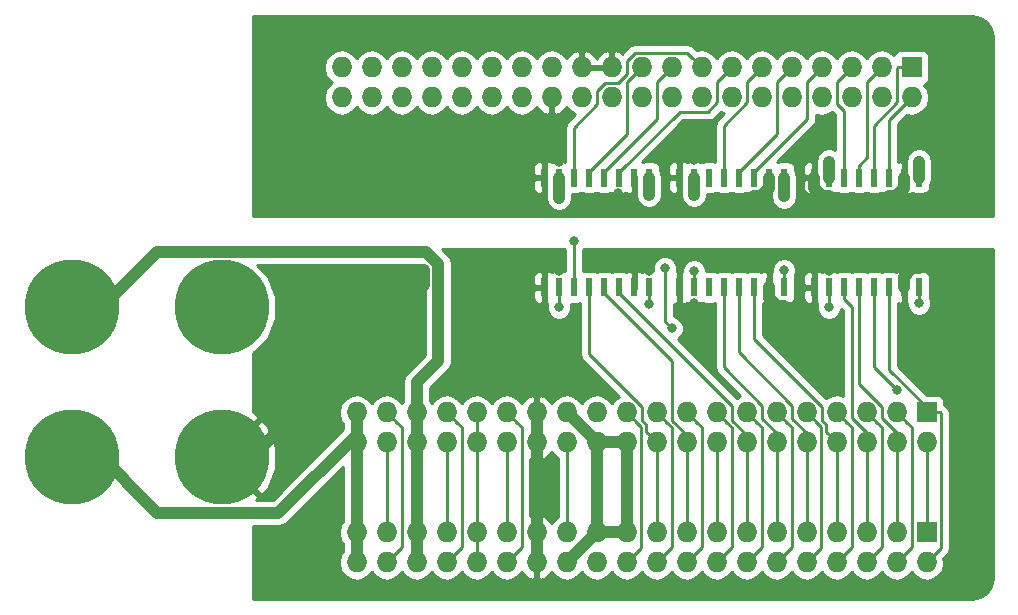
<source format=gtl>
G04 #@! TF.GenerationSoftware,KiCad,Pcbnew,(2017-12-02 revision 3109343)-master*
G04 #@! TF.CreationDate,2018-01-05T09:38:41-05:00*
G04 #@! TF.ProjectId,stm_integrated_interface,73746D5F696E74656772617465645F69,rev?*
G04 #@! TF.SameCoordinates,Original*
G04 #@! TF.FileFunction,Copper,L1,Top,Signal*
G04 #@! TF.FilePolarity,Positive*
%FSLAX46Y46*%
G04 Gerber Fmt 4.6, Leading zero omitted, Abs format (unit mm)*
G04 Created by KiCad (PCBNEW (2017-12-02 revision 3109343)-master) date Fri Jan  5 09:38:41 2018*
%MOMM*%
%LPD*%
G01*
G04 APERTURE LIST*
%ADD10R,1.727200X1.727200*%
%ADD11O,1.727200X1.727200*%
%ADD12C,8.000000*%
%ADD13R,0.600000X1.500000*%
%ADD14C,0.800000*%
%ADD15C,0.250000*%
%ADD16C,1.000000*%
%ADD17C,0.254000*%
G04 APERTURE END LIST*
D10*
X125730000Y-64770000D03*
D11*
X125730000Y-67310000D03*
X123190000Y-64770000D03*
X123190000Y-67310000D03*
X120650000Y-64770000D03*
X120650000Y-67310000D03*
X118110000Y-64770000D03*
X118110000Y-67310000D03*
X115570000Y-64770000D03*
X115570000Y-67310000D03*
X113030000Y-64770000D03*
X113030000Y-67310000D03*
X110490000Y-64770000D03*
X110490000Y-67310000D03*
X107950000Y-64770000D03*
X107950000Y-67310000D03*
X105410000Y-64770000D03*
X105410000Y-67310000D03*
X102870000Y-64770000D03*
X102870000Y-67310000D03*
X100330000Y-64770000D03*
X100330000Y-67310000D03*
X97790000Y-64770000D03*
X97790000Y-67310000D03*
X95250000Y-64770000D03*
X95250000Y-67310000D03*
X92710000Y-64770000D03*
X92710000Y-67310000D03*
X90170000Y-64770000D03*
X90170000Y-67310000D03*
X87630000Y-64770000D03*
X87630000Y-67310000D03*
X85090000Y-64770000D03*
X85090000Y-67310000D03*
X82550000Y-64770000D03*
X82550000Y-67310000D03*
X80010000Y-64770000D03*
X80010000Y-67310000D03*
X77470000Y-64770000D03*
X77470000Y-67310000D03*
X77470000Y-77470000D03*
X77470000Y-74930000D03*
X80010000Y-77470000D03*
X80010000Y-74930000D03*
X82550000Y-77470000D03*
X82550000Y-74930000D03*
X85090000Y-77470000D03*
X85090000Y-74930000D03*
X87630000Y-77470000D03*
X87630000Y-74930000D03*
X90170000Y-77470000D03*
X90170000Y-74930000D03*
X92710000Y-77470000D03*
X92710000Y-74930000D03*
X95250000Y-77470000D03*
X95250000Y-74930000D03*
X97790000Y-77470000D03*
X97790000Y-74930000D03*
X100330000Y-77470000D03*
X100330000Y-74930000D03*
X102870000Y-77470000D03*
X102870000Y-74930000D03*
X105410000Y-77470000D03*
X105410000Y-74930000D03*
X107950000Y-77470000D03*
X107950000Y-74930000D03*
X110490000Y-77470000D03*
X110490000Y-74930000D03*
X113030000Y-77470000D03*
X113030000Y-74930000D03*
X115570000Y-77470000D03*
X115570000Y-74930000D03*
X118110000Y-77470000D03*
X118110000Y-74930000D03*
X120650000Y-77470000D03*
X120650000Y-74930000D03*
X123190000Y-77470000D03*
X123190000Y-74930000D03*
X125730000Y-77470000D03*
D10*
X125730000Y-74930000D03*
D12*
X53340000Y-68580000D03*
X53340000Y-55880000D03*
X66040000Y-55880000D03*
X66040000Y-68580000D03*
D11*
X76200000Y-38100000D03*
X76200000Y-35560000D03*
X78740000Y-38100000D03*
X78740000Y-35560000D03*
X81280000Y-38100000D03*
X81280000Y-35560000D03*
X83820000Y-38100000D03*
X83820000Y-35560000D03*
X86360000Y-38100000D03*
X86360000Y-35560000D03*
X88900000Y-38100000D03*
X88900000Y-35560000D03*
X91440000Y-38100000D03*
X91440000Y-35560000D03*
X93980000Y-38100000D03*
X93980000Y-35560000D03*
X96520000Y-38100000D03*
X96520000Y-35560000D03*
X99060000Y-38100000D03*
X99060000Y-35560000D03*
X101600000Y-38100000D03*
X101600000Y-35560000D03*
X104140000Y-38100000D03*
X104140000Y-35560000D03*
X106680000Y-38100000D03*
X106680000Y-35560000D03*
X109220000Y-38100000D03*
X109220000Y-35560000D03*
X111760000Y-38100000D03*
X111760000Y-35560000D03*
X114300000Y-38100000D03*
X114300000Y-35560000D03*
X116840000Y-38100000D03*
X116840000Y-35560000D03*
X119380000Y-38100000D03*
X119380000Y-35560000D03*
X121920000Y-38100000D03*
X121920000Y-35560000D03*
X124460000Y-38100000D03*
D10*
X124460000Y-35560000D03*
D13*
X102235000Y-54180000D03*
X100965000Y-54180000D03*
X99695000Y-54180000D03*
X98425000Y-54180000D03*
X97155000Y-54180000D03*
X95885000Y-54180000D03*
X94615000Y-54180000D03*
X93345000Y-54180000D03*
X93345000Y-44880000D03*
X94615000Y-44880000D03*
X95885000Y-44880000D03*
X97155000Y-44880000D03*
X98425000Y-44880000D03*
X99695000Y-44880000D03*
X100965000Y-44880000D03*
X102235000Y-44880000D03*
X113665000Y-44880000D03*
X112395000Y-44880000D03*
X111125000Y-44880000D03*
X109855000Y-44880000D03*
X108585000Y-44880000D03*
X107315000Y-44880000D03*
X106045000Y-44880000D03*
X104775000Y-44880000D03*
X104775000Y-54180000D03*
X106045000Y-54180000D03*
X107315000Y-54180000D03*
X108585000Y-54180000D03*
X109855000Y-54180000D03*
X111125000Y-54180000D03*
X112395000Y-54180000D03*
X113665000Y-54180000D03*
X125095000Y-54180000D03*
X123825000Y-54180000D03*
X122555000Y-54180000D03*
X121285000Y-54180000D03*
X120015000Y-54180000D03*
X118745000Y-54180000D03*
X117475000Y-54180000D03*
X116205000Y-54180000D03*
X116205000Y-44880000D03*
X117475000Y-44880000D03*
X118745000Y-44880000D03*
X120015000Y-44880000D03*
X121285000Y-44880000D03*
X122555000Y-44880000D03*
X123825000Y-44880000D03*
X125095000Y-44880000D03*
D14*
X125095000Y-55530002D03*
X106045000Y-52829998D03*
X102235000Y-55626000D03*
X117475000Y-55880000D03*
X94615000Y-55880000D03*
X113665000Y-52705000D03*
X113665000Y-52705000D03*
X94615000Y-52829998D03*
X113665000Y-55753000D03*
X117475000Y-52829998D03*
X125095000Y-52578000D03*
X106045000Y-55530002D03*
X102235000Y-52829998D03*
X83185000Y-52705000D03*
X90805000Y-52705000D03*
X103571282Y-52578000D03*
X104140000Y-57658000D03*
X95885000Y-50292000D03*
X123190000Y-62865000D03*
X113665000Y-46482000D03*
X117475000Y-43529998D03*
X106045000Y-46355000D03*
X94615000Y-46609000D03*
X102235000Y-46355000D03*
X125095000Y-43529998D03*
X122555000Y-46482000D03*
X111125000Y-46482000D03*
X117475000Y-46482000D03*
X106045000Y-43434000D03*
X99568000Y-46230002D03*
X90805000Y-43815000D03*
X90805000Y-43815000D03*
X83185000Y-43815000D03*
X94615000Y-43529998D03*
D15*
X80010000Y-77470000D02*
X81280000Y-76200000D01*
X81280000Y-76200000D02*
X81280000Y-66040000D01*
X80873599Y-65633599D02*
X80010000Y-64770000D01*
X81280000Y-66040000D02*
X80873599Y-65633599D01*
X80010000Y-74930000D02*
X80010000Y-67310000D01*
X85090000Y-77470000D02*
X86360000Y-76200000D01*
X86360000Y-76200000D02*
X86360000Y-66040000D01*
X85953599Y-65633599D02*
X85090000Y-64770000D01*
X86360000Y-66040000D02*
X85953599Y-65633599D01*
X85090000Y-74930000D02*
X85090000Y-67310000D01*
X90170000Y-77470000D02*
X91440000Y-76200000D01*
X91033599Y-65633599D02*
X90170000Y-64770000D01*
X91440000Y-76200000D02*
X91440000Y-66040000D01*
X91440000Y-66040000D02*
X91033599Y-65633599D01*
X90170000Y-74930000D02*
X90170000Y-67310000D01*
X95250000Y-74930000D02*
X95250000Y-67310000D01*
D16*
X77470000Y-64770000D02*
X77470000Y-66646002D01*
X60580001Y-73280001D02*
X59879999Y-72579999D01*
X77470000Y-66646002D02*
X70836001Y-73280001D01*
X59879999Y-72579999D02*
X55880000Y-68580000D01*
X70836001Y-73280001D02*
X60580001Y-73280001D01*
X77470000Y-74930000D02*
X77470000Y-77470000D01*
X77470000Y-67310000D02*
X77470000Y-74930000D01*
X77470000Y-64770000D02*
X77470000Y-67310000D01*
X82550000Y-62230000D02*
X84385010Y-60394990D01*
X84385010Y-60394990D02*
X84385010Y-52207940D01*
X84385010Y-52207940D02*
X83357069Y-51179999D01*
X83357069Y-51179999D02*
X60580001Y-51179999D01*
X60580001Y-51179999D02*
X59879999Y-51880001D01*
X59879999Y-51880001D02*
X55880000Y-55880000D01*
X82550000Y-64770000D02*
X82550000Y-62230000D01*
X82550000Y-67310000D02*
X82550000Y-64770000D01*
X82550000Y-74930000D02*
X82550000Y-67310000D01*
X82550000Y-77470000D02*
X82550000Y-74930000D01*
X97790000Y-67310000D02*
X95250000Y-64770000D01*
X100330000Y-67310000D02*
X97790000Y-67310000D01*
X100330000Y-67310000D02*
X100330000Y-74930000D01*
X97790000Y-74930000D02*
X97790000Y-67310000D01*
X95250000Y-77470000D02*
X97790000Y-74930000D01*
X100330000Y-74930000D02*
X97790000Y-74930000D01*
D15*
X97155000Y-44880000D02*
X97155000Y-44430000D01*
X97155000Y-44430000D02*
X100411399Y-41173601D01*
X100411399Y-41173601D02*
X100411399Y-36748601D01*
X100411399Y-36748601D02*
X100736401Y-36423599D01*
X100736401Y-36423599D02*
X101600000Y-35560000D01*
X98425000Y-44880000D02*
X98425000Y-44430000D01*
X98425000Y-44430000D02*
X102951399Y-39903601D01*
X102951399Y-39903601D02*
X102951399Y-36748601D01*
X102951399Y-36748601D02*
X103276401Y-36423599D01*
X103276401Y-36423599D02*
X104140000Y-35560000D01*
X95885000Y-44880000D02*
X95885000Y-40656928D01*
X100411399Y-34989471D02*
X101029471Y-34371399D01*
X95885000Y-40656928D02*
X97871399Y-38670529D01*
X98489471Y-36911399D02*
X99612191Y-36911399D01*
X97871399Y-38670529D02*
X97871399Y-37529471D01*
X97871399Y-37529471D02*
X98489471Y-36911399D01*
X99612191Y-36911399D02*
X100411399Y-36112191D01*
X100411399Y-36112191D02*
X100411399Y-34989471D01*
X101029471Y-34371399D02*
X105491399Y-34371399D01*
X105491399Y-34371399D02*
X105816401Y-34696401D01*
X105816401Y-34696401D02*
X106680000Y-35560000D01*
X99695000Y-44880000D02*
X99695000Y-44430000D01*
X108031399Y-38507731D02*
X108031399Y-36748601D01*
X99695000Y-44430000D02*
X104836399Y-39288601D01*
X104836399Y-39288601D02*
X107250529Y-39288601D01*
X107250529Y-39288601D02*
X108031399Y-38507731D01*
X108031399Y-36748601D02*
X108356401Y-36423599D01*
X108356401Y-36423599D02*
X109220000Y-35560000D01*
X108585000Y-44880000D02*
X108585000Y-40494130D01*
X108585000Y-40494130D02*
X110571399Y-38507731D01*
X110571399Y-38507731D02*
X110571399Y-36748601D01*
X110571399Y-36748601D02*
X110896401Y-36423599D01*
X110896401Y-36423599D02*
X111760000Y-35560000D01*
X109855000Y-44880000D02*
X109855000Y-44430000D01*
X109855000Y-44430000D02*
X113111399Y-41173601D01*
X113111399Y-41173601D02*
X113111399Y-36748601D01*
X113436401Y-36423599D02*
X114300000Y-35560000D01*
X113111399Y-36748601D02*
X113436401Y-36423599D01*
X111125000Y-44880000D02*
X111125000Y-44430000D01*
X111125000Y-44430000D02*
X115651399Y-39903601D01*
X115651399Y-39903601D02*
X115651399Y-36748601D01*
X115651399Y-36748601D02*
X115976401Y-36423599D01*
X115976401Y-36423599D02*
X116840000Y-35560000D01*
X118745000Y-44880000D02*
X118745000Y-39224130D01*
X118745000Y-39224130D02*
X118191399Y-38670529D01*
X118516401Y-36423599D02*
X119380000Y-35560000D01*
X118191399Y-38670529D02*
X118191399Y-36748601D01*
X118191399Y-36748601D02*
X118516401Y-36423599D01*
X120015000Y-44880000D02*
X120015000Y-43880000D01*
X121056401Y-36423599D02*
X121920000Y-35560000D01*
X120015000Y-43880000D02*
X120731399Y-43163601D01*
X120731399Y-43163601D02*
X120731399Y-36748601D01*
X120731399Y-36748601D02*
X121056401Y-36423599D01*
X122555000Y-44880000D02*
X122555000Y-40005000D01*
X122555000Y-40005000D02*
X124460000Y-38100000D01*
X121285000Y-44880000D02*
X121285000Y-40494130D01*
X121285000Y-40494130D02*
X123271399Y-38507731D01*
X123271399Y-35635001D02*
X123346400Y-35560000D01*
X123271399Y-38507731D02*
X123271399Y-35635001D01*
X123346400Y-35560000D02*
X124460000Y-35560000D01*
X66040000Y-55880000D02*
X68580000Y-55880000D01*
X125095000Y-54180000D02*
X125095000Y-55530002D01*
X106045000Y-54180000D02*
X106045000Y-52829998D01*
X102235000Y-54180000D02*
X102235000Y-55626000D01*
X117475000Y-54180000D02*
X117475000Y-55880000D01*
X94615000Y-54180000D02*
X94615000Y-55880000D01*
X113665000Y-54180000D02*
X113665000Y-52705000D01*
X87630000Y-67310000D02*
X87630000Y-74930000D01*
X87630000Y-67310000D02*
X87630000Y-64770000D01*
X87630000Y-77470000D02*
X87630000Y-74930000D01*
D16*
X113665000Y-55753000D02*
X113099315Y-55753000D01*
X113099315Y-55753000D02*
X112395000Y-55048685D01*
X112395000Y-55048685D02*
X112395000Y-54180000D01*
X124529315Y-52578000D02*
X123825000Y-53282315D01*
X123825000Y-53282315D02*
X123825000Y-54180000D01*
X125095000Y-52578000D02*
X124529315Y-52578000D01*
X83185000Y-53975000D02*
X68580000Y-68580000D01*
X83185000Y-52705000D02*
X83185000Y-53975000D01*
X90805000Y-52705000D02*
X90805000Y-53975000D01*
X92710000Y-74930000D02*
X92710000Y-77470000D01*
X92710000Y-67310000D02*
X92710000Y-74930000D01*
X92710000Y-64770000D02*
X92710000Y-67310000D01*
D15*
X100330000Y-77470000D02*
X101518601Y-76281399D01*
X101518601Y-76281399D02*
X101518601Y-65958601D01*
X101518601Y-65958601D02*
X101193599Y-65633599D01*
X101193599Y-65633599D02*
X100330000Y-64770000D01*
X102870000Y-77470000D02*
X104140000Y-76200000D01*
X104140000Y-76200000D02*
X104140000Y-66040000D01*
X104140000Y-66040000D02*
X103733599Y-65633599D01*
X103733599Y-65633599D02*
X102870000Y-64770000D01*
X97155000Y-54180000D02*
X97155000Y-59835870D01*
X102006401Y-66446401D02*
X102870000Y-67310000D01*
X97155000Y-59835870D02*
X101600000Y-64280870D01*
X101600000Y-64280870D02*
X101600000Y-65403590D01*
X101600000Y-65403590D02*
X102006401Y-65809991D01*
X102006401Y-65809991D02*
X102006401Y-66446401D01*
X102870000Y-74930000D02*
X102870000Y-67310000D01*
X105410000Y-77470000D02*
X106680000Y-76200000D01*
X106680000Y-76200000D02*
X106680000Y-66040000D01*
X106680000Y-66040000D02*
X106273599Y-65633599D01*
X106273599Y-65633599D02*
X105410000Y-64770000D01*
X98425000Y-54180000D02*
X98425000Y-54630000D01*
X98425000Y-54630000D02*
X104221399Y-60426399D01*
X104221399Y-60426399D02*
X104221399Y-65484989D01*
X104221399Y-65484989D02*
X105410000Y-66673590D01*
X105410000Y-66673590D02*
X105410000Y-67310000D01*
X105410000Y-67310000D02*
X105410000Y-74930000D01*
X107950000Y-77470000D02*
X109220000Y-76200000D01*
X109220000Y-76200000D02*
X109220000Y-66040000D01*
X109220000Y-66040000D02*
X108813599Y-65633599D01*
X108813599Y-65633599D02*
X107950000Y-64770000D01*
X103571282Y-52578000D02*
X103571282Y-57089282D01*
X103571282Y-57089282D02*
X104140000Y-57658000D01*
X95885000Y-54180000D02*
X95885000Y-50292000D01*
X107950000Y-74930000D02*
X107950000Y-67310000D01*
X110490000Y-77470000D02*
X111760000Y-76200000D01*
X111760000Y-76200000D02*
X111760000Y-66040000D01*
X111353599Y-65633599D02*
X110490000Y-64770000D01*
X111760000Y-66040000D02*
X111353599Y-65633599D01*
X99695000Y-54180000D02*
X99695000Y-54630000D01*
X99695000Y-54630000D02*
X109301399Y-64236399D01*
X109301399Y-64236399D02*
X109301399Y-65484989D01*
X109301399Y-65484989D02*
X110490000Y-66673590D01*
X110490000Y-66673590D02*
X110490000Y-67310000D01*
X110490000Y-67310000D02*
X110490000Y-74930000D01*
X113030000Y-77470000D02*
X114300000Y-76200000D01*
X114300000Y-76200000D02*
X114300000Y-66040000D01*
X114300000Y-66040000D02*
X113893599Y-65633599D01*
X113893599Y-65633599D02*
X113030000Y-64770000D01*
X108585000Y-54180000D02*
X108585000Y-60943072D01*
X108585000Y-60943072D02*
X111841399Y-64199471D01*
X111841399Y-64199471D02*
X111841399Y-65340529D01*
X111841399Y-65340529D02*
X113030000Y-66529130D01*
X113030000Y-66529130D02*
X113030000Y-67310000D01*
X113030000Y-74930000D02*
X113030000Y-67310000D01*
X115570000Y-77470000D02*
X116758601Y-76281399D01*
X116758601Y-76281399D02*
X116758601Y-65958601D01*
X116758601Y-65958601D02*
X116433599Y-65633599D01*
X116433599Y-65633599D02*
X115570000Y-64770000D01*
X109855000Y-54180000D02*
X109855000Y-59673072D01*
X115570000Y-66529130D02*
X115570000Y-67310000D01*
X109855000Y-59673072D02*
X114381399Y-64199471D01*
X114381399Y-64199471D02*
X114381399Y-65340529D01*
X114381399Y-65340529D02*
X115570000Y-66529130D01*
X115570000Y-67310000D02*
X115570000Y-74930000D01*
X118110000Y-77470000D02*
X119380000Y-76200000D01*
X119380000Y-76200000D02*
X119380000Y-66040000D01*
X119380000Y-66040000D02*
X118973599Y-65633599D01*
X118973599Y-65633599D02*
X118110000Y-64770000D01*
X111125000Y-54180000D02*
X111125000Y-58565870D01*
X111125000Y-58565870D02*
X116840000Y-64280870D01*
X116840000Y-65403590D02*
X117246401Y-65809991D01*
X116840000Y-64280870D02*
X116840000Y-65403590D01*
X117246401Y-65809991D02*
X117246401Y-66446401D01*
X117246401Y-66446401D02*
X118110000Y-67310000D01*
X118110000Y-74930000D02*
X118110000Y-67310000D01*
X120650000Y-77470000D02*
X121920000Y-76200000D01*
X121920000Y-76200000D02*
X121920000Y-66040000D01*
X121513599Y-65633599D02*
X120650000Y-64770000D01*
X121920000Y-66040000D02*
X121513599Y-65633599D01*
X118745000Y-54180000D02*
X118745000Y-55180000D01*
X118745000Y-55180000D02*
X119380000Y-55815000D01*
X119380000Y-55815000D02*
X119380000Y-65259130D01*
X119380000Y-65259130D02*
X120650000Y-66529130D01*
X120650000Y-66529130D02*
X120650000Y-67310000D01*
X120650000Y-67310000D02*
X120650000Y-74930000D01*
X123190000Y-77470000D02*
X124460000Y-76200000D01*
X124460000Y-76200000D02*
X124460000Y-66040000D01*
X124460000Y-66040000D02*
X124053599Y-65633599D01*
X124053599Y-65633599D02*
X123190000Y-64770000D01*
X120015000Y-54180000D02*
X120015000Y-62375870D01*
X120015000Y-62375870D02*
X121920000Y-64280870D01*
X121920000Y-64280870D02*
X121920000Y-65259130D01*
X121920000Y-65259130D02*
X123190000Y-66529130D01*
X123190000Y-66529130D02*
X123190000Y-67310000D01*
X123190000Y-74930000D02*
X123190000Y-67310000D01*
X122555000Y-54180000D02*
X122555000Y-61156998D01*
X122555000Y-61156998D02*
X125730000Y-64331998D01*
X125730000Y-64331998D02*
X125730000Y-64770000D01*
X125730000Y-77470000D02*
X126918601Y-76281399D01*
X126918601Y-76281399D02*
X126918601Y-64845001D01*
X126918601Y-64845001D02*
X126843600Y-64770000D01*
X126843600Y-64770000D02*
X125730000Y-64770000D01*
X121285000Y-54180000D02*
X121285000Y-60960000D01*
X121285000Y-60960000D02*
X123190000Y-62865000D01*
X125730000Y-67310000D02*
X125730000Y-74930000D01*
D16*
X113665000Y-44880000D02*
X113665000Y-46482000D01*
X117475000Y-44880000D02*
X117475000Y-43529998D01*
X106045000Y-44880000D02*
X106045000Y-46355000D01*
X94615000Y-44880000D02*
X94615000Y-46609000D01*
X102235000Y-44880000D02*
X102235000Y-46355000D01*
X125095000Y-44880000D02*
X125095000Y-43529998D01*
X122555000Y-46482000D02*
X123120685Y-46482000D01*
X123120685Y-46482000D02*
X123825000Y-45777685D01*
X123825000Y-45777685D02*
X123825000Y-44880000D01*
X111125000Y-46482000D02*
X111690685Y-46482000D01*
X111690685Y-46482000D02*
X112395000Y-45777685D01*
X112395000Y-45777685D02*
X112395000Y-44880000D01*
X117475000Y-46482000D02*
X116909315Y-46482000D01*
X116909315Y-46482000D02*
X116205000Y-45777685D01*
X116205000Y-45777685D02*
X116205000Y-44880000D01*
X83185000Y-43815000D02*
X83185000Y-44450000D01*
D17*
G36*
X130234989Y-31342152D02*
X130824170Y-31735830D01*
X131217848Y-32325011D01*
X131350545Y-32992124D01*
X131345000Y-33020000D01*
X131345000Y-48133000D01*
X68707000Y-48133000D01*
X68707000Y-45165750D01*
X92410000Y-45165750D01*
X92410000Y-45756309D01*
X92506673Y-45989698D01*
X92685301Y-46168327D01*
X92918690Y-46265000D01*
X93059250Y-46265000D01*
X93218000Y-46106250D01*
X93218000Y-45007000D01*
X92568750Y-45007000D01*
X92410000Y-45165750D01*
X68707000Y-45165750D01*
X68707000Y-44003691D01*
X92410000Y-44003691D01*
X92410000Y-44594250D01*
X92568750Y-44753000D01*
X93218000Y-44753000D01*
X93218000Y-43653750D01*
X93059250Y-43495000D01*
X92918690Y-43495000D01*
X92685301Y-43591673D01*
X92506673Y-43770302D01*
X92410000Y-44003691D01*
X68707000Y-44003691D01*
X68707000Y-35530641D01*
X74701400Y-35530641D01*
X74701400Y-35589359D01*
X74815474Y-36162848D01*
X75140330Y-36649029D01*
X75411172Y-36830000D01*
X75140330Y-37010971D01*
X74815474Y-37497152D01*
X74701400Y-38070641D01*
X74701400Y-38129359D01*
X74815474Y-38702848D01*
X75140330Y-39189029D01*
X75626511Y-39513885D01*
X76200000Y-39627959D01*
X76773489Y-39513885D01*
X77259670Y-39189029D01*
X77470000Y-38874248D01*
X77680330Y-39189029D01*
X78166511Y-39513885D01*
X78740000Y-39627959D01*
X79313489Y-39513885D01*
X79799670Y-39189029D01*
X80010000Y-38874248D01*
X80220330Y-39189029D01*
X80706511Y-39513885D01*
X81280000Y-39627959D01*
X81853489Y-39513885D01*
X82339670Y-39189029D01*
X82550000Y-38874248D01*
X82760330Y-39189029D01*
X83246511Y-39513885D01*
X83820000Y-39627959D01*
X84393489Y-39513885D01*
X84879670Y-39189029D01*
X85090000Y-38874248D01*
X85300330Y-39189029D01*
X85786511Y-39513885D01*
X86360000Y-39627959D01*
X86933489Y-39513885D01*
X87419670Y-39189029D01*
X87630000Y-38874248D01*
X87840330Y-39189029D01*
X88326511Y-39513885D01*
X88900000Y-39627959D01*
X89473489Y-39513885D01*
X89959670Y-39189029D01*
X90170000Y-38874248D01*
X90380330Y-39189029D01*
X90866511Y-39513885D01*
X91440000Y-39627959D01*
X92013489Y-39513885D01*
X92499670Y-39189029D01*
X92715664Y-38865772D01*
X92773179Y-38988490D01*
X93205053Y-39382688D01*
X93620974Y-39554958D01*
X93853000Y-39433817D01*
X93853000Y-38227000D01*
X93833000Y-38227000D01*
X93833000Y-37973000D01*
X93853000Y-37973000D01*
X93853000Y-37953000D01*
X94107000Y-37953000D01*
X94107000Y-37973000D01*
X94127000Y-37973000D01*
X94127000Y-38227000D01*
X94107000Y-38227000D01*
X94107000Y-39433817D01*
X94339026Y-39554958D01*
X94754947Y-39382688D01*
X95186821Y-38988490D01*
X95244336Y-38865772D01*
X95460330Y-39189029D01*
X95946511Y-39513885D01*
X95952124Y-39515002D01*
X95347599Y-40119527D01*
X95182852Y-40366089D01*
X95125000Y-40656928D01*
X95125000Y-43524331D01*
X94915000Y-43482560D01*
X94315000Y-43482560D01*
X94067235Y-43531843D01*
X93988028Y-43584768D01*
X93771310Y-43495000D01*
X93630750Y-43495000D01*
X93472000Y-43653750D01*
X93472000Y-44753000D01*
X93492000Y-44753000D01*
X93492000Y-44819672D01*
X93480000Y-44880000D01*
X93480000Y-45007000D01*
X93472000Y-45007000D01*
X93472000Y-46106250D01*
X93480000Y-46114250D01*
X93480000Y-46609000D01*
X93566397Y-47043346D01*
X93812434Y-47411566D01*
X94180654Y-47657603D01*
X94615000Y-47744000D01*
X95049346Y-47657603D01*
X95417566Y-47411566D01*
X95663603Y-47043346D01*
X95750000Y-46609000D01*
X95750000Y-46277440D01*
X96185000Y-46277440D01*
X96432765Y-46228157D01*
X96520000Y-46169868D01*
X96607235Y-46228157D01*
X96855000Y-46277440D01*
X97455000Y-46277440D01*
X97702765Y-46228157D01*
X97790000Y-46169868D01*
X97877235Y-46228157D01*
X98125000Y-46277440D01*
X98725000Y-46277440D01*
X98972765Y-46228157D01*
X99060000Y-46169868D01*
X99147235Y-46228157D01*
X99395000Y-46277440D01*
X99995000Y-46277440D01*
X100242765Y-46228157D01*
X100321972Y-46175232D01*
X100538690Y-46265000D01*
X100679250Y-46265000D01*
X100838000Y-46106250D01*
X100838000Y-45007000D01*
X100818000Y-45007000D01*
X100818000Y-44753000D01*
X100838000Y-44753000D01*
X100838000Y-44733000D01*
X101092000Y-44733000D01*
X101092000Y-44753000D01*
X101112000Y-44753000D01*
X101112000Y-44819672D01*
X101100000Y-44880000D01*
X101100000Y-45007000D01*
X101092000Y-45007000D01*
X101092000Y-46106250D01*
X101100000Y-46114250D01*
X101100000Y-46355000D01*
X101186397Y-46789346D01*
X101432434Y-47157566D01*
X101800654Y-47403603D01*
X102235000Y-47490000D01*
X102669346Y-47403603D01*
X103037566Y-47157566D01*
X103283603Y-46789346D01*
X103370000Y-46355000D01*
X103370000Y-45165750D01*
X103840000Y-45165750D01*
X103840000Y-45756309D01*
X103936673Y-45989698D01*
X104115301Y-46168327D01*
X104348690Y-46265000D01*
X104489250Y-46265000D01*
X104648000Y-46106250D01*
X104648000Y-45007000D01*
X103998750Y-45007000D01*
X103840000Y-45165750D01*
X103370000Y-45165750D01*
X103370000Y-44880000D01*
X103283603Y-44445654D01*
X103182440Y-44294253D01*
X103182440Y-44130000D01*
X103157316Y-44003691D01*
X103840000Y-44003691D01*
X103840000Y-44594250D01*
X103998750Y-44753000D01*
X104648000Y-44753000D01*
X104648000Y-43653750D01*
X104489250Y-43495000D01*
X104348690Y-43495000D01*
X104115301Y-43591673D01*
X103936673Y-43770302D01*
X103840000Y-44003691D01*
X103157316Y-44003691D01*
X103133157Y-43882235D01*
X102992809Y-43672191D01*
X102782765Y-43531843D01*
X102535000Y-43482560D01*
X101935000Y-43482560D01*
X101687235Y-43531843D01*
X101629143Y-43570659D01*
X105151201Y-40048601D01*
X107250529Y-40048601D01*
X107541368Y-39990749D01*
X107787930Y-39826002D01*
X108318930Y-39295002D01*
X108552955Y-39451373D01*
X108047599Y-39956729D01*
X107882852Y-40203291D01*
X107825000Y-40494130D01*
X107825000Y-43524331D01*
X107615000Y-43482560D01*
X107015000Y-43482560D01*
X106767235Y-43531843D01*
X106680000Y-43590132D01*
X106592765Y-43531843D01*
X106345000Y-43482560D01*
X105745000Y-43482560D01*
X105497235Y-43531843D01*
X105418028Y-43584768D01*
X105201310Y-43495000D01*
X105060750Y-43495000D01*
X104902000Y-43653750D01*
X104902000Y-44753000D01*
X104922000Y-44753000D01*
X104922000Y-44819672D01*
X104910000Y-44880000D01*
X104910000Y-45007000D01*
X104902000Y-45007000D01*
X104902000Y-46106250D01*
X104910000Y-46114250D01*
X104910000Y-46355000D01*
X104996397Y-46789346D01*
X105242434Y-47157566D01*
X105610654Y-47403603D01*
X106045000Y-47490000D01*
X106479346Y-47403603D01*
X106847566Y-47157566D01*
X107093603Y-46789346D01*
X107180000Y-46355000D01*
X107180000Y-46277440D01*
X107615000Y-46277440D01*
X107862765Y-46228157D01*
X107950000Y-46169868D01*
X108037235Y-46228157D01*
X108285000Y-46277440D01*
X108885000Y-46277440D01*
X109132765Y-46228157D01*
X109220000Y-46169868D01*
X109307235Y-46228157D01*
X109555000Y-46277440D01*
X110155000Y-46277440D01*
X110402765Y-46228157D01*
X110490000Y-46169868D01*
X110577235Y-46228157D01*
X110825000Y-46277440D01*
X111425000Y-46277440D01*
X111672765Y-46228157D01*
X111751972Y-46175232D01*
X111968690Y-46265000D01*
X112109250Y-46265000D01*
X112268000Y-46106250D01*
X112268000Y-45007000D01*
X112248000Y-45007000D01*
X112248000Y-44753000D01*
X112268000Y-44753000D01*
X112268000Y-44733000D01*
X112522000Y-44733000D01*
X112522000Y-44753000D01*
X112542000Y-44753000D01*
X112542000Y-44819672D01*
X112530000Y-44880000D01*
X112530000Y-45007000D01*
X112522000Y-45007000D01*
X112522000Y-46106250D01*
X112530000Y-46114250D01*
X112530000Y-46482000D01*
X112616397Y-46916346D01*
X112862434Y-47284566D01*
X113230654Y-47530603D01*
X113665000Y-47617000D01*
X114099346Y-47530603D01*
X114467566Y-47284566D01*
X114713603Y-46916346D01*
X114800000Y-46482000D01*
X114800000Y-45165750D01*
X115270000Y-45165750D01*
X115270000Y-45756309D01*
X115366673Y-45989698D01*
X115545301Y-46168327D01*
X115778690Y-46265000D01*
X115919250Y-46265000D01*
X116078000Y-46106250D01*
X116078000Y-45007000D01*
X115428750Y-45007000D01*
X115270000Y-45165750D01*
X114800000Y-45165750D01*
X114800000Y-44880000D01*
X114713603Y-44445654D01*
X114612440Y-44294253D01*
X114612440Y-44130000D01*
X114587316Y-44003691D01*
X115270000Y-44003691D01*
X115270000Y-44594250D01*
X115428750Y-44753000D01*
X116078000Y-44753000D01*
X116078000Y-43653750D01*
X115919250Y-43495000D01*
X115778690Y-43495000D01*
X115545301Y-43591673D01*
X115366673Y-43770302D01*
X115270000Y-44003691D01*
X114587316Y-44003691D01*
X114563157Y-43882235D01*
X114422809Y-43672191D01*
X114212765Y-43531843D01*
X113965000Y-43482560D01*
X113365000Y-43482560D01*
X113117235Y-43531843D01*
X113059143Y-43570659D01*
X116188800Y-40441002D01*
X116353547Y-40194440D01*
X116411399Y-39903601D01*
X116411399Y-39542705D01*
X116840000Y-39627959D01*
X117413489Y-39513885D01*
X117741070Y-39295002D01*
X117985000Y-39538932D01*
X117985000Y-42531945D01*
X117909346Y-42481395D01*
X117475000Y-42394998D01*
X117040654Y-42481395D01*
X116672434Y-42727432D01*
X116426397Y-43095652D01*
X116340000Y-43529998D01*
X116340000Y-43645750D01*
X116332000Y-43653750D01*
X116332000Y-44753000D01*
X116340000Y-44753000D01*
X116340000Y-44880000D01*
X116352000Y-44940328D01*
X116352000Y-45007000D01*
X116332000Y-45007000D01*
X116332000Y-46106250D01*
X116490750Y-46265000D01*
X116631310Y-46265000D01*
X116848028Y-46175232D01*
X116927235Y-46228157D01*
X117175000Y-46277440D01*
X117775000Y-46277440D01*
X118022765Y-46228157D01*
X118110000Y-46169868D01*
X118197235Y-46228157D01*
X118445000Y-46277440D01*
X119045000Y-46277440D01*
X119292765Y-46228157D01*
X119380000Y-46169868D01*
X119467235Y-46228157D01*
X119715000Y-46277440D01*
X120315000Y-46277440D01*
X120562765Y-46228157D01*
X120650000Y-46169868D01*
X120737235Y-46228157D01*
X120985000Y-46277440D01*
X121585000Y-46277440D01*
X121832765Y-46228157D01*
X121920000Y-46169868D01*
X122007235Y-46228157D01*
X122255000Y-46277440D01*
X122855000Y-46277440D01*
X123102765Y-46228157D01*
X123181972Y-46175232D01*
X123398690Y-46265000D01*
X123539250Y-46265000D01*
X123698000Y-46106250D01*
X123698000Y-45007000D01*
X123678000Y-45007000D01*
X123678000Y-44753000D01*
X123698000Y-44753000D01*
X123698000Y-43653750D01*
X123952000Y-43653750D01*
X123952000Y-44753000D01*
X123960000Y-44753000D01*
X123960000Y-44880000D01*
X123972000Y-44940328D01*
X123972000Y-45007000D01*
X123952000Y-45007000D01*
X123952000Y-46106250D01*
X124110750Y-46265000D01*
X124251310Y-46265000D01*
X124468028Y-46175232D01*
X124547235Y-46228157D01*
X124795000Y-46277440D01*
X125395000Y-46277440D01*
X125642765Y-46228157D01*
X125852809Y-46087809D01*
X125993157Y-45877765D01*
X126042440Y-45630000D01*
X126042440Y-45465747D01*
X126143603Y-45314346D01*
X126230000Y-44880000D01*
X126230000Y-43529998D01*
X126143603Y-43095652D01*
X125897566Y-42727432D01*
X125529346Y-42481395D01*
X125095000Y-42394998D01*
X124660654Y-42481395D01*
X124292434Y-42727432D01*
X124046397Y-43095652D01*
X123960000Y-43529998D01*
X123960000Y-43645750D01*
X123952000Y-43653750D01*
X123698000Y-43653750D01*
X123539250Y-43495000D01*
X123398690Y-43495000D01*
X123315000Y-43529666D01*
X123315000Y-40319802D01*
X124082027Y-39552775D01*
X124460000Y-39627959D01*
X125033489Y-39513885D01*
X125519670Y-39189029D01*
X125844526Y-38702848D01*
X125958600Y-38129359D01*
X125958600Y-38070641D01*
X125844526Y-37497152D01*
X125532096Y-37029568D01*
X125571365Y-37021757D01*
X125781409Y-36881409D01*
X125921757Y-36671365D01*
X125971040Y-36423600D01*
X125971040Y-34696400D01*
X125921757Y-34448635D01*
X125781409Y-34238591D01*
X125571365Y-34098243D01*
X125323600Y-34048960D01*
X123596400Y-34048960D01*
X123348635Y-34098243D01*
X123138591Y-34238591D01*
X122998243Y-34448635D01*
X122990559Y-34487267D01*
X122979670Y-34470971D01*
X122493489Y-34146115D01*
X121920000Y-34032041D01*
X121346511Y-34146115D01*
X120860330Y-34470971D01*
X120650000Y-34785752D01*
X120439670Y-34470971D01*
X119953489Y-34146115D01*
X119380000Y-34032041D01*
X118806511Y-34146115D01*
X118320330Y-34470971D01*
X118110000Y-34785752D01*
X117899670Y-34470971D01*
X117413489Y-34146115D01*
X116840000Y-34032041D01*
X116266511Y-34146115D01*
X115780330Y-34470971D01*
X115570000Y-34785752D01*
X115359670Y-34470971D01*
X114873489Y-34146115D01*
X114300000Y-34032041D01*
X113726511Y-34146115D01*
X113240330Y-34470971D01*
X113030000Y-34785752D01*
X112819670Y-34470971D01*
X112333489Y-34146115D01*
X111760000Y-34032041D01*
X111186511Y-34146115D01*
X110700330Y-34470971D01*
X110490000Y-34785752D01*
X110279670Y-34470971D01*
X109793489Y-34146115D01*
X109220000Y-34032041D01*
X108646511Y-34146115D01*
X108160330Y-34470971D01*
X107950000Y-34785752D01*
X107739670Y-34470971D01*
X107253489Y-34146115D01*
X106680000Y-34032041D01*
X106302027Y-34107225D01*
X106028800Y-33833998D01*
X105782238Y-33669251D01*
X105491399Y-33611399D01*
X101029471Y-33611399D01*
X100738632Y-33669251D01*
X100492070Y-33833998D01*
X99946727Y-34379341D01*
X99834947Y-34277312D01*
X99419026Y-34105042D01*
X99187000Y-34226183D01*
X99187000Y-35433000D01*
X99207000Y-35433000D01*
X99207000Y-35687000D01*
X99187000Y-35687000D01*
X99187000Y-35707000D01*
X98933000Y-35707000D01*
X98933000Y-35687000D01*
X96647000Y-35687000D01*
X96647000Y-35707000D01*
X96393000Y-35707000D01*
X96393000Y-35687000D01*
X96373000Y-35687000D01*
X96373000Y-35433000D01*
X96393000Y-35433000D01*
X96393000Y-34226183D01*
X96647000Y-34226183D01*
X96647000Y-35433000D01*
X98933000Y-35433000D01*
X98933000Y-34226183D01*
X98700974Y-34105042D01*
X98285053Y-34277312D01*
X97853179Y-34671510D01*
X97790000Y-34806313D01*
X97726821Y-34671510D01*
X97294947Y-34277312D01*
X96879026Y-34105042D01*
X96647000Y-34226183D01*
X96393000Y-34226183D01*
X96160974Y-34105042D01*
X95745053Y-34277312D01*
X95313179Y-34671510D01*
X95255664Y-34794228D01*
X95039670Y-34470971D01*
X94553489Y-34146115D01*
X93980000Y-34032041D01*
X93406511Y-34146115D01*
X92920330Y-34470971D01*
X92710000Y-34785752D01*
X92499670Y-34470971D01*
X92013489Y-34146115D01*
X91440000Y-34032041D01*
X90866511Y-34146115D01*
X90380330Y-34470971D01*
X90170000Y-34785752D01*
X89959670Y-34470971D01*
X89473489Y-34146115D01*
X88900000Y-34032041D01*
X88326511Y-34146115D01*
X87840330Y-34470971D01*
X87630000Y-34785752D01*
X87419670Y-34470971D01*
X86933489Y-34146115D01*
X86360000Y-34032041D01*
X85786511Y-34146115D01*
X85300330Y-34470971D01*
X85090000Y-34785752D01*
X84879670Y-34470971D01*
X84393489Y-34146115D01*
X83820000Y-34032041D01*
X83246511Y-34146115D01*
X82760330Y-34470971D01*
X82550000Y-34785752D01*
X82339670Y-34470971D01*
X81853489Y-34146115D01*
X81280000Y-34032041D01*
X80706511Y-34146115D01*
X80220330Y-34470971D01*
X80010000Y-34785752D01*
X79799670Y-34470971D01*
X79313489Y-34146115D01*
X78740000Y-34032041D01*
X78166511Y-34146115D01*
X77680330Y-34470971D01*
X77470000Y-34785752D01*
X77259670Y-34470971D01*
X76773489Y-34146115D01*
X76200000Y-34032041D01*
X75626511Y-34146115D01*
X75140330Y-34470971D01*
X74815474Y-34957152D01*
X74701400Y-35530641D01*
X68707000Y-35530641D01*
X68707000Y-31215000D01*
X129540000Y-31215000D01*
X129567876Y-31209455D01*
X130234989Y-31342152D01*
X130234989Y-31342152D01*
G37*
X130234989Y-31342152D02*
X130824170Y-31735830D01*
X131217848Y-32325011D01*
X131350545Y-32992124D01*
X131345000Y-33020000D01*
X131345000Y-48133000D01*
X68707000Y-48133000D01*
X68707000Y-45165750D01*
X92410000Y-45165750D01*
X92410000Y-45756309D01*
X92506673Y-45989698D01*
X92685301Y-46168327D01*
X92918690Y-46265000D01*
X93059250Y-46265000D01*
X93218000Y-46106250D01*
X93218000Y-45007000D01*
X92568750Y-45007000D01*
X92410000Y-45165750D01*
X68707000Y-45165750D01*
X68707000Y-44003691D01*
X92410000Y-44003691D01*
X92410000Y-44594250D01*
X92568750Y-44753000D01*
X93218000Y-44753000D01*
X93218000Y-43653750D01*
X93059250Y-43495000D01*
X92918690Y-43495000D01*
X92685301Y-43591673D01*
X92506673Y-43770302D01*
X92410000Y-44003691D01*
X68707000Y-44003691D01*
X68707000Y-35530641D01*
X74701400Y-35530641D01*
X74701400Y-35589359D01*
X74815474Y-36162848D01*
X75140330Y-36649029D01*
X75411172Y-36830000D01*
X75140330Y-37010971D01*
X74815474Y-37497152D01*
X74701400Y-38070641D01*
X74701400Y-38129359D01*
X74815474Y-38702848D01*
X75140330Y-39189029D01*
X75626511Y-39513885D01*
X76200000Y-39627959D01*
X76773489Y-39513885D01*
X77259670Y-39189029D01*
X77470000Y-38874248D01*
X77680330Y-39189029D01*
X78166511Y-39513885D01*
X78740000Y-39627959D01*
X79313489Y-39513885D01*
X79799670Y-39189029D01*
X80010000Y-38874248D01*
X80220330Y-39189029D01*
X80706511Y-39513885D01*
X81280000Y-39627959D01*
X81853489Y-39513885D01*
X82339670Y-39189029D01*
X82550000Y-38874248D01*
X82760330Y-39189029D01*
X83246511Y-39513885D01*
X83820000Y-39627959D01*
X84393489Y-39513885D01*
X84879670Y-39189029D01*
X85090000Y-38874248D01*
X85300330Y-39189029D01*
X85786511Y-39513885D01*
X86360000Y-39627959D01*
X86933489Y-39513885D01*
X87419670Y-39189029D01*
X87630000Y-38874248D01*
X87840330Y-39189029D01*
X88326511Y-39513885D01*
X88900000Y-39627959D01*
X89473489Y-39513885D01*
X89959670Y-39189029D01*
X90170000Y-38874248D01*
X90380330Y-39189029D01*
X90866511Y-39513885D01*
X91440000Y-39627959D01*
X92013489Y-39513885D01*
X92499670Y-39189029D01*
X92715664Y-38865772D01*
X92773179Y-38988490D01*
X93205053Y-39382688D01*
X93620974Y-39554958D01*
X93853000Y-39433817D01*
X93853000Y-38227000D01*
X93833000Y-38227000D01*
X93833000Y-37973000D01*
X93853000Y-37973000D01*
X93853000Y-37953000D01*
X94107000Y-37953000D01*
X94107000Y-37973000D01*
X94127000Y-37973000D01*
X94127000Y-38227000D01*
X94107000Y-38227000D01*
X94107000Y-39433817D01*
X94339026Y-39554958D01*
X94754947Y-39382688D01*
X95186821Y-38988490D01*
X95244336Y-38865772D01*
X95460330Y-39189029D01*
X95946511Y-39513885D01*
X95952124Y-39515002D01*
X95347599Y-40119527D01*
X95182852Y-40366089D01*
X95125000Y-40656928D01*
X95125000Y-43524331D01*
X94915000Y-43482560D01*
X94315000Y-43482560D01*
X94067235Y-43531843D01*
X93988028Y-43584768D01*
X93771310Y-43495000D01*
X93630750Y-43495000D01*
X93472000Y-43653750D01*
X93472000Y-44753000D01*
X93492000Y-44753000D01*
X93492000Y-44819672D01*
X93480000Y-44880000D01*
X93480000Y-45007000D01*
X93472000Y-45007000D01*
X93472000Y-46106250D01*
X93480000Y-46114250D01*
X93480000Y-46609000D01*
X93566397Y-47043346D01*
X93812434Y-47411566D01*
X94180654Y-47657603D01*
X94615000Y-47744000D01*
X95049346Y-47657603D01*
X95417566Y-47411566D01*
X95663603Y-47043346D01*
X95750000Y-46609000D01*
X95750000Y-46277440D01*
X96185000Y-46277440D01*
X96432765Y-46228157D01*
X96520000Y-46169868D01*
X96607235Y-46228157D01*
X96855000Y-46277440D01*
X97455000Y-46277440D01*
X97702765Y-46228157D01*
X97790000Y-46169868D01*
X97877235Y-46228157D01*
X98125000Y-46277440D01*
X98725000Y-46277440D01*
X98972765Y-46228157D01*
X99060000Y-46169868D01*
X99147235Y-46228157D01*
X99395000Y-46277440D01*
X99995000Y-46277440D01*
X100242765Y-46228157D01*
X100321972Y-46175232D01*
X100538690Y-46265000D01*
X100679250Y-46265000D01*
X100838000Y-46106250D01*
X100838000Y-45007000D01*
X100818000Y-45007000D01*
X100818000Y-44753000D01*
X100838000Y-44753000D01*
X100838000Y-44733000D01*
X101092000Y-44733000D01*
X101092000Y-44753000D01*
X101112000Y-44753000D01*
X101112000Y-44819672D01*
X101100000Y-44880000D01*
X101100000Y-45007000D01*
X101092000Y-45007000D01*
X101092000Y-46106250D01*
X101100000Y-46114250D01*
X101100000Y-46355000D01*
X101186397Y-46789346D01*
X101432434Y-47157566D01*
X101800654Y-47403603D01*
X102235000Y-47490000D01*
X102669346Y-47403603D01*
X103037566Y-47157566D01*
X103283603Y-46789346D01*
X103370000Y-46355000D01*
X103370000Y-45165750D01*
X103840000Y-45165750D01*
X103840000Y-45756309D01*
X103936673Y-45989698D01*
X104115301Y-46168327D01*
X104348690Y-46265000D01*
X104489250Y-46265000D01*
X104648000Y-46106250D01*
X104648000Y-45007000D01*
X103998750Y-45007000D01*
X103840000Y-45165750D01*
X103370000Y-45165750D01*
X103370000Y-44880000D01*
X103283603Y-44445654D01*
X103182440Y-44294253D01*
X103182440Y-44130000D01*
X103157316Y-44003691D01*
X103840000Y-44003691D01*
X103840000Y-44594250D01*
X103998750Y-44753000D01*
X104648000Y-44753000D01*
X104648000Y-43653750D01*
X104489250Y-43495000D01*
X104348690Y-43495000D01*
X104115301Y-43591673D01*
X103936673Y-43770302D01*
X103840000Y-44003691D01*
X103157316Y-44003691D01*
X103133157Y-43882235D01*
X102992809Y-43672191D01*
X102782765Y-43531843D01*
X102535000Y-43482560D01*
X101935000Y-43482560D01*
X101687235Y-43531843D01*
X101629143Y-43570659D01*
X105151201Y-40048601D01*
X107250529Y-40048601D01*
X107541368Y-39990749D01*
X107787930Y-39826002D01*
X108318930Y-39295002D01*
X108552955Y-39451373D01*
X108047599Y-39956729D01*
X107882852Y-40203291D01*
X107825000Y-40494130D01*
X107825000Y-43524331D01*
X107615000Y-43482560D01*
X107015000Y-43482560D01*
X106767235Y-43531843D01*
X106680000Y-43590132D01*
X106592765Y-43531843D01*
X106345000Y-43482560D01*
X105745000Y-43482560D01*
X105497235Y-43531843D01*
X105418028Y-43584768D01*
X105201310Y-43495000D01*
X105060750Y-43495000D01*
X104902000Y-43653750D01*
X104902000Y-44753000D01*
X104922000Y-44753000D01*
X104922000Y-44819672D01*
X104910000Y-44880000D01*
X104910000Y-45007000D01*
X104902000Y-45007000D01*
X104902000Y-46106250D01*
X104910000Y-46114250D01*
X104910000Y-46355000D01*
X104996397Y-46789346D01*
X105242434Y-47157566D01*
X105610654Y-47403603D01*
X106045000Y-47490000D01*
X106479346Y-47403603D01*
X106847566Y-47157566D01*
X107093603Y-46789346D01*
X107180000Y-46355000D01*
X107180000Y-46277440D01*
X107615000Y-46277440D01*
X107862765Y-46228157D01*
X107950000Y-46169868D01*
X108037235Y-46228157D01*
X108285000Y-46277440D01*
X108885000Y-46277440D01*
X109132765Y-46228157D01*
X109220000Y-46169868D01*
X109307235Y-46228157D01*
X109555000Y-46277440D01*
X110155000Y-46277440D01*
X110402765Y-46228157D01*
X110490000Y-46169868D01*
X110577235Y-46228157D01*
X110825000Y-46277440D01*
X111425000Y-46277440D01*
X111672765Y-46228157D01*
X111751972Y-46175232D01*
X111968690Y-46265000D01*
X112109250Y-46265000D01*
X112268000Y-46106250D01*
X112268000Y-45007000D01*
X112248000Y-45007000D01*
X112248000Y-44753000D01*
X112268000Y-44753000D01*
X112268000Y-44733000D01*
X112522000Y-44733000D01*
X112522000Y-44753000D01*
X112542000Y-44753000D01*
X112542000Y-44819672D01*
X112530000Y-44880000D01*
X112530000Y-45007000D01*
X112522000Y-45007000D01*
X112522000Y-46106250D01*
X112530000Y-46114250D01*
X112530000Y-46482000D01*
X112616397Y-46916346D01*
X112862434Y-47284566D01*
X113230654Y-47530603D01*
X113665000Y-47617000D01*
X114099346Y-47530603D01*
X114467566Y-47284566D01*
X114713603Y-46916346D01*
X114800000Y-46482000D01*
X114800000Y-45165750D01*
X115270000Y-45165750D01*
X115270000Y-45756309D01*
X115366673Y-45989698D01*
X115545301Y-46168327D01*
X115778690Y-46265000D01*
X115919250Y-46265000D01*
X116078000Y-46106250D01*
X116078000Y-45007000D01*
X115428750Y-45007000D01*
X115270000Y-45165750D01*
X114800000Y-45165750D01*
X114800000Y-44880000D01*
X114713603Y-44445654D01*
X114612440Y-44294253D01*
X114612440Y-44130000D01*
X114587316Y-44003691D01*
X115270000Y-44003691D01*
X115270000Y-44594250D01*
X115428750Y-44753000D01*
X116078000Y-44753000D01*
X116078000Y-43653750D01*
X115919250Y-43495000D01*
X115778690Y-43495000D01*
X115545301Y-43591673D01*
X115366673Y-43770302D01*
X115270000Y-44003691D01*
X114587316Y-44003691D01*
X114563157Y-43882235D01*
X114422809Y-43672191D01*
X114212765Y-43531843D01*
X113965000Y-43482560D01*
X113365000Y-43482560D01*
X113117235Y-43531843D01*
X113059143Y-43570659D01*
X116188800Y-40441002D01*
X116353547Y-40194440D01*
X116411399Y-39903601D01*
X116411399Y-39542705D01*
X116840000Y-39627959D01*
X117413489Y-39513885D01*
X117741070Y-39295002D01*
X117985000Y-39538932D01*
X117985000Y-42531945D01*
X117909346Y-42481395D01*
X117475000Y-42394998D01*
X117040654Y-42481395D01*
X116672434Y-42727432D01*
X116426397Y-43095652D01*
X116340000Y-43529998D01*
X116340000Y-43645750D01*
X116332000Y-43653750D01*
X116332000Y-44753000D01*
X116340000Y-44753000D01*
X116340000Y-44880000D01*
X116352000Y-44940328D01*
X116352000Y-45007000D01*
X116332000Y-45007000D01*
X116332000Y-46106250D01*
X116490750Y-46265000D01*
X116631310Y-46265000D01*
X116848028Y-46175232D01*
X116927235Y-46228157D01*
X117175000Y-46277440D01*
X117775000Y-46277440D01*
X118022765Y-46228157D01*
X118110000Y-46169868D01*
X118197235Y-46228157D01*
X118445000Y-46277440D01*
X119045000Y-46277440D01*
X119292765Y-46228157D01*
X119380000Y-46169868D01*
X119467235Y-46228157D01*
X119715000Y-46277440D01*
X120315000Y-46277440D01*
X120562765Y-46228157D01*
X120650000Y-46169868D01*
X120737235Y-46228157D01*
X120985000Y-46277440D01*
X121585000Y-46277440D01*
X121832765Y-46228157D01*
X121920000Y-46169868D01*
X122007235Y-46228157D01*
X122255000Y-46277440D01*
X122855000Y-46277440D01*
X123102765Y-46228157D01*
X123181972Y-46175232D01*
X123398690Y-46265000D01*
X123539250Y-46265000D01*
X123698000Y-46106250D01*
X123698000Y-45007000D01*
X123678000Y-45007000D01*
X123678000Y-44753000D01*
X123698000Y-44753000D01*
X123698000Y-43653750D01*
X123952000Y-43653750D01*
X123952000Y-44753000D01*
X123960000Y-44753000D01*
X123960000Y-44880000D01*
X123972000Y-44940328D01*
X123972000Y-45007000D01*
X123952000Y-45007000D01*
X123952000Y-46106250D01*
X124110750Y-46265000D01*
X124251310Y-46265000D01*
X124468028Y-46175232D01*
X124547235Y-46228157D01*
X124795000Y-46277440D01*
X125395000Y-46277440D01*
X125642765Y-46228157D01*
X125852809Y-46087809D01*
X125993157Y-45877765D01*
X126042440Y-45630000D01*
X126042440Y-45465747D01*
X126143603Y-45314346D01*
X126230000Y-44880000D01*
X126230000Y-43529998D01*
X126143603Y-43095652D01*
X125897566Y-42727432D01*
X125529346Y-42481395D01*
X125095000Y-42394998D01*
X124660654Y-42481395D01*
X124292434Y-42727432D01*
X124046397Y-43095652D01*
X123960000Y-43529998D01*
X123960000Y-43645750D01*
X123952000Y-43653750D01*
X123698000Y-43653750D01*
X123539250Y-43495000D01*
X123398690Y-43495000D01*
X123315000Y-43529666D01*
X123315000Y-40319802D01*
X124082027Y-39552775D01*
X124460000Y-39627959D01*
X125033489Y-39513885D01*
X125519670Y-39189029D01*
X125844526Y-38702848D01*
X125958600Y-38129359D01*
X125958600Y-38070641D01*
X125844526Y-37497152D01*
X125532096Y-37029568D01*
X125571365Y-37021757D01*
X125781409Y-36881409D01*
X125921757Y-36671365D01*
X125971040Y-36423600D01*
X125971040Y-34696400D01*
X125921757Y-34448635D01*
X125781409Y-34238591D01*
X125571365Y-34098243D01*
X125323600Y-34048960D01*
X123596400Y-34048960D01*
X123348635Y-34098243D01*
X123138591Y-34238591D01*
X122998243Y-34448635D01*
X122990559Y-34487267D01*
X122979670Y-34470971D01*
X122493489Y-34146115D01*
X121920000Y-34032041D01*
X121346511Y-34146115D01*
X120860330Y-34470971D01*
X120650000Y-34785752D01*
X120439670Y-34470971D01*
X119953489Y-34146115D01*
X119380000Y-34032041D01*
X118806511Y-34146115D01*
X118320330Y-34470971D01*
X118110000Y-34785752D01*
X117899670Y-34470971D01*
X117413489Y-34146115D01*
X116840000Y-34032041D01*
X116266511Y-34146115D01*
X115780330Y-34470971D01*
X115570000Y-34785752D01*
X115359670Y-34470971D01*
X114873489Y-34146115D01*
X114300000Y-34032041D01*
X113726511Y-34146115D01*
X113240330Y-34470971D01*
X113030000Y-34785752D01*
X112819670Y-34470971D01*
X112333489Y-34146115D01*
X111760000Y-34032041D01*
X111186511Y-34146115D01*
X110700330Y-34470971D01*
X110490000Y-34785752D01*
X110279670Y-34470971D01*
X109793489Y-34146115D01*
X109220000Y-34032041D01*
X108646511Y-34146115D01*
X108160330Y-34470971D01*
X107950000Y-34785752D01*
X107739670Y-34470971D01*
X107253489Y-34146115D01*
X106680000Y-34032041D01*
X106302027Y-34107225D01*
X106028800Y-33833998D01*
X105782238Y-33669251D01*
X105491399Y-33611399D01*
X101029471Y-33611399D01*
X100738632Y-33669251D01*
X100492070Y-33833998D01*
X99946727Y-34379341D01*
X99834947Y-34277312D01*
X99419026Y-34105042D01*
X99187000Y-34226183D01*
X99187000Y-35433000D01*
X99207000Y-35433000D01*
X99207000Y-35687000D01*
X99187000Y-35687000D01*
X99187000Y-35707000D01*
X98933000Y-35707000D01*
X98933000Y-35687000D01*
X96647000Y-35687000D01*
X96647000Y-35707000D01*
X96393000Y-35707000D01*
X96393000Y-35687000D01*
X96373000Y-35687000D01*
X96373000Y-35433000D01*
X96393000Y-35433000D01*
X96393000Y-34226183D01*
X96647000Y-34226183D01*
X96647000Y-35433000D01*
X98933000Y-35433000D01*
X98933000Y-34226183D01*
X98700974Y-34105042D01*
X98285053Y-34277312D01*
X97853179Y-34671510D01*
X97790000Y-34806313D01*
X97726821Y-34671510D01*
X97294947Y-34277312D01*
X96879026Y-34105042D01*
X96647000Y-34226183D01*
X96393000Y-34226183D01*
X96160974Y-34105042D01*
X95745053Y-34277312D01*
X95313179Y-34671510D01*
X95255664Y-34794228D01*
X95039670Y-34470971D01*
X94553489Y-34146115D01*
X93980000Y-34032041D01*
X93406511Y-34146115D01*
X92920330Y-34470971D01*
X92710000Y-34785752D01*
X92499670Y-34470971D01*
X92013489Y-34146115D01*
X91440000Y-34032041D01*
X90866511Y-34146115D01*
X90380330Y-34470971D01*
X90170000Y-34785752D01*
X89959670Y-34470971D01*
X89473489Y-34146115D01*
X88900000Y-34032041D01*
X88326511Y-34146115D01*
X87840330Y-34470971D01*
X87630000Y-34785752D01*
X87419670Y-34470971D01*
X86933489Y-34146115D01*
X86360000Y-34032041D01*
X85786511Y-34146115D01*
X85300330Y-34470971D01*
X85090000Y-34785752D01*
X84879670Y-34470971D01*
X84393489Y-34146115D01*
X83820000Y-34032041D01*
X83246511Y-34146115D01*
X82760330Y-34470971D01*
X82550000Y-34785752D01*
X82339670Y-34470971D01*
X81853489Y-34146115D01*
X81280000Y-34032041D01*
X80706511Y-34146115D01*
X80220330Y-34470971D01*
X80010000Y-34785752D01*
X79799670Y-34470971D01*
X79313489Y-34146115D01*
X78740000Y-34032041D01*
X78166511Y-34146115D01*
X77680330Y-34470971D01*
X77470000Y-34785752D01*
X77259670Y-34470971D01*
X76773489Y-34146115D01*
X76200000Y-34032041D01*
X75626511Y-34146115D01*
X75140330Y-34470971D01*
X74815474Y-34957152D01*
X74701400Y-35530641D01*
X68707000Y-35530641D01*
X68707000Y-31215000D01*
X129540000Y-31215000D01*
X129567876Y-31209455D01*
X130234989Y-31342152D01*
G36*
X95125000Y-50995663D02*
X95125000Y-52824331D01*
X94915000Y-52782560D01*
X94315000Y-52782560D01*
X94067235Y-52831843D01*
X93988028Y-52884768D01*
X93771310Y-52795000D01*
X93630750Y-52795000D01*
X93472000Y-52953750D01*
X93472000Y-54053000D01*
X93492000Y-54053000D01*
X93492000Y-54307000D01*
X93472000Y-54307000D01*
X93472000Y-55406250D01*
X93626770Y-55561020D01*
X93580180Y-55673223D01*
X93579821Y-56084971D01*
X93737058Y-56465515D01*
X94027954Y-56756919D01*
X94408223Y-56914820D01*
X94819971Y-56915179D01*
X95200515Y-56757942D01*
X95491919Y-56467046D01*
X95649820Y-56086777D01*
X95650179Y-55675029D01*
X95609856Y-55577440D01*
X96185000Y-55577440D01*
X96395000Y-55535669D01*
X96395000Y-59835870D01*
X96452852Y-60126709D01*
X96617599Y-60373271D01*
X99662955Y-63418627D01*
X99270330Y-63680971D01*
X99060000Y-63995752D01*
X98849670Y-63680971D01*
X98363489Y-63356115D01*
X97790000Y-63242041D01*
X97216511Y-63356115D01*
X96730330Y-63680971D01*
X96520000Y-63995752D01*
X96309670Y-63680971D01*
X95823489Y-63356115D01*
X95250000Y-63242041D01*
X94676511Y-63356115D01*
X94190330Y-63680971D01*
X93974336Y-64004228D01*
X93916821Y-63881510D01*
X93484947Y-63487312D01*
X93069026Y-63315042D01*
X92837000Y-63436183D01*
X92837000Y-64643000D01*
X92857000Y-64643000D01*
X92857000Y-64897000D01*
X92837000Y-64897000D01*
X92837000Y-67183000D01*
X92857000Y-67183000D01*
X92857000Y-67437000D01*
X92837000Y-67437000D01*
X92837000Y-68643817D01*
X93069026Y-68764958D01*
X93484947Y-68592688D01*
X93916821Y-68198490D01*
X93974336Y-68075772D01*
X94190330Y-68399029D01*
X94490000Y-68599262D01*
X94490000Y-73640738D01*
X94190330Y-73840971D01*
X93974336Y-74164228D01*
X93916821Y-74041510D01*
X93484947Y-73647312D01*
X93069026Y-73475042D01*
X92837000Y-73596183D01*
X92837000Y-74803000D01*
X92857000Y-74803000D01*
X92857000Y-75057000D01*
X92837000Y-75057000D01*
X92837000Y-77343000D01*
X92857000Y-77343000D01*
X92857000Y-77597000D01*
X92837000Y-77597000D01*
X92837000Y-78803817D01*
X93069026Y-78924958D01*
X93484947Y-78752688D01*
X93916821Y-78358490D01*
X93974336Y-78235772D01*
X94190330Y-78559029D01*
X94676511Y-78883885D01*
X95250000Y-78997959D01*
X95823489Y-78883885D01*
X96309670Y-78559029D01*
X96520000Y-78244248D01*
X96730330Y-78559029D01*
X97216511Y-78883885D01*
X97790000Y-78997959D01*
X98363489Y-78883885D01*
X98849670Y-78559029D01*
X99060000Y-78244248D01*
X99270330Y-78559029D01*
X99756511Y-78883885D01*
X100330000Y-78997959D01*
X100903489Y-78883885D01*
X101389670Y-78559029D01*
X101600000Y-78244248D01*
X101810330Y-78559029D01*
X102296511Y-78883885D01*
X102870000Y-78997959D01*
X103443489Y-78883885D01*
X103929670Y-78559029D01*
X104140000Y-78244248D01*
X104350330Y-78559029D01*
X104836511Y-78883885D01*
X105410000Y-78997959D01*
X105983489Y-78883885D01*
X106469670Y-78559029D01*
X106680000Y-78244248D01*
X106890330Y-78559029D01*
X107376511Y-78883885D01*
X107950000Y-78997959D01*
X108523489Y-78883885D01*
X109009670Y-78559029D01*
X109220000Y-78244248D01*
X109430330Y-78559029D01*
X109916511Y-78883885D01*
X110490000Y-78997959D01*
X111063489Y-78883885D01*
X111549670Y-78559029D01*
X111760000Y-78244248D01*
X111970330Y-78559029D01*
X112456511Y-78883885D01*
X113030000Y-78997959D01*
X113603489Y-78883885D01*
X114089670Y-78559029D01*
X114300000Y-78244248D01*
X114510330Y-78559029D01*
X114996511Y-78883885D01*
X115570000Y-78997959D01*
X116143489Y-78883885D01*
X116629670Y-78559029D01*
X116840000Y-78244248D01*
X117050330Y-78559029D01*
X117536511Y-78883885D01*
X118110000Y-78997959D01*
X118683489Y-78883885D01*
X119169670Y-78559029D01*
X119380000Y-78244248D01*
X119590330Y-78559029D01*
X120076511Y-78883885D01*
X120650000Y-78997959D01*
X121223489Y-78883885D01*
X121709670Y-78559029D01*
X121920000Y-78244248D01*
X122130330Y-78559029D01*
X122616511Y-78883885D01*
X123190000Y-78997959D01*
X123763489Y-78883885D01*
X124249670Y-78559029D01*
X124460000Y-78244248D01*
X124670330Y-78559029D01*
X125156511Y-78883885D01*
X125730000Y-78997959D01*
X126303489Y-78883885D01*
X126789670Y-78559029D01*
X127114526Y-78072848D01*
X127228600Y-77499359D01*
X127228600Y-77440641D01*
X127163158Y-77111644D01*
X127456002Y-76818800D01*
X127620749Y-76572238D01*
X127678601Y-76281399D01*
X127678601Y-64845001D01*
X127620749Y-64554162D01*
X127620749Y-64554161D01*
X127456002Y-64307600D01*
X127381001Y-64232599D01*
X127241040Y-64139080D01*
X127241040Y-63906400D01*
X127191757Y-63658635D01*
X127051409Y-63448591D01*
X126841365Y-63308243D01*
X126593600Y-63258960D01*
X125731764Y-63258960D01*
X123315000Y-60842196D01*
X123315000Y-55530334D01*
X123398690Y-55565000D01*
X123539250Y-55565000D01*
X123698000Y-55406250D01*
X123698000Y-54307000D01*
X123678000Y-54307000D01*
X123678000Y-54053000D01*
X123698000Y-54053000D01*
X123698000Y-52953750D01*
X123952000Y-52953750D01*
X123952000Y-54053000D01*
X123972000Y-54053000D01*
X123972000Y-54307000D01*
X123952000Y-54307000D01*
X123952000Y-55406250D01*
X124060013Y-55514263D01*
X124059821Y-55734973D01*
X124217058Y-56115517D01*
X124507954Y-56406921D01*
X124888223Y-56564822D01*
X125299971Y-56565181D01*
X125680515Y-56407944D01*
X125971919Y-56117048D01*
X126129820Y-55736779D01*
X126130179Y-55325031D01*
X126017910Y-55053319D01*
X126042440Y-54930000D01*
X126042440Y-53430000D01*
X125993157Y-53182235D01*
X125852809Y-52972191D01*
X125642765Y-52831843D01*
X125395000Y-52782560D01*
X124795000Y-52782560D01*
X124547235Y-52831843D01*
X124468028Y-52884768D01*
X124251310Y-52795000D01*
X124110750Y-52795000D01*
X123952000Y-52953750D01*
X123698000Y-52953750D01*
X123539250Y-52795000D01*
X123398690Y-52795000D01*
X123181972Y-52884768D01*
X123102765Y-52831843D01*
X122855000Y-52782560D01*
X122255000Y-52782560D01*
X122007235Y-52831843D01*
X121920000Y-52890132D01*
X121832765Y-52831843D01*
X121585000Y-52782560D01*
X120985000Y-52782560D01*
X120737235Y-52831843D01*
X120650000Y-52890132D01*
X120562765Y-52831843D01*
X120315000Y-52782560D01*
X119715000Y-52782560D01*
X119467235Y-52831843D01*
X119380000Y-52890132D01*
X119292765Y-52831843D01*
X119045000Y-52782560D01*
X118445000Y-52782560D01*
X118197235Y-52831843D01*
X118110000Y-52890132D01*
X118022765Y-52831843D01*
X117775000Y-52782560D01*
X117175000Y-52782560D01*
X116927235Y-52831843D01*
X116848028Y-52884768D01*
X116631310Y-52795000D01*
X116490750Y-52795000D01*
X116332000Y-52953750D01*
X116332000Y-54053000D01*
X116352000Y-54053000D01*
X116352000Y-54307000D01*
X116332000Y-54307000D01*
X116332000Y-55406250D01*
X116486770Y-55561020D01*
X116440180Y-55673223D01*
X116439821Y-56084971D01*
X116597058Y-56465515D01*
X116887954Y-56756919D01*
X117268223Y-56914820D01*
X117679971Y-56915179D01*
X118060515Y-56757942D01*
X118351919Y-56467046D01*
X118509820Y-56086777D01*
X118509879Y-56019681D01*
X118620000Y-56129802D01*
X118620000Y-63343486D01*
X118110000Y-63242041D01*
X117536511Y-63356115D01*
X117208930Y-63574997D01*
X111885000Y-58251068D01*
X111885000Y-55530334D01*
X111968690Y-55565000D01*
X112109250Y-55565000D01*
X112268000Y-55406250D01*
X112268000Y-54307000D01*
X112248000Y-54307000D01*
X112248000Y-54053000D01*
X112268000Y-54053000D01*
X112268000Y-52953750D01*
X112522000Y-52953750D01*
X112522000Y-54053000D01*
X112542000Y-54053000D01*
X112542000Y-54307000D01*
X112522000Y-54307000D01*
X112522000Y-55406250D01*
X112680750Y-55565000D01*
X112821310Y-55565000D01*
X113038028Y-55475232D01*
X113117235Y-55528157D01*
X113365000Y-55577440D01*
X113965000Y-55577440D01*
X114212765Y-55528157D01*
X114422809Y-55387809D01*
X114563157Y-55177765D01*
X114612440Y-54930000D01*
X114612440Y-54465750D01*
X115270000Y-54465750D01*
X115270000Y-55056309D01*
X115366673Y-55289698D01*
X115545301Y-55468327D01*
X115778690Y-55565000D01*
X115919250Y-55565000D01*
X116078000Y-55406250D01*
X116078000Y-54307000D01*
X115428750Y-54307000D01*
X115270000Y-54465750D01*
X114612440Y-54465750D01*
X114612440Y-53430000D01*
X114587317Y-53303691D01*
X115270000Y-53303691D01*
X115270000Y-53894250D01*
X115428750Y-54053000D01*
X116078000Y-54053000D01*
X116078000Y-52953750D01*
X115919250Y-52795000D01*
X115778690Y-52795000D01*
X115545301Y-52891673D01*
X115366673Y-53070302D01*
X115270000Y-53303691D01*
X114587317Y-53303691D01*
X114571047Y-53221899D01*
X114699820Y-52911777D01*
X114700179Y-52500029D01*
X114542942Y-52119485D01*
X114252046Y-51828081D01*
X113871777Y-51670180D01*
X113460029Y-51669821D01*
X113079485Y-51827058D01*
X112788081Y-52117954D01*
X112630180Y-52498223D01*
X112629877Y-52845873D01*
X112522000Y-52953750D01*
X112268000Y-52953750D01*
X112109250Y-52795000D01*
X111968690Y-52795000D01*
X111751972Y-52884768D01*
X111672765Y-52831843D01*
X111425000Y-52782560D01*
X110825000Y-52782560D01*
X110577235Y-52831843D01*
X110490000Y-52890132D01*
X110402765Y-52831843D01*
X110155000Y-52782560D01*
X109555000Y-52782560D01*
X109307235Y-52831843D01*
X109220000Y-52890132D01*
X109132765Y-52831843D01*
X108885000Y-52782560D01*
X108285000Y-52782560D01*
X108037235Y-52831843D01*
X107950000Y-52890132D01*
X107862765Y-52831843D01*
X107615000Y-52782560D01*
X107080042Y-52782560D01*
X107080179Y-52625027D01*
X106922942Y-52244483D01*
X106632046Y-51953079D01*
X106251777Y-51795178D01*
X105840029Y-51794819D01*
X105459485Y-51952056D01*
X105168081Y-52242952D01*
X105010180Y-52623221D01*
X105009986Y-52845764D01*
X104902000Y-52953750D01*
X104902000Y-54053000D01*
X104922000Y-54053000D01*
X104922000Y-54307000D01*
X104902000Y-54307000D01*
X104902000Y-55406250D01*
X105060750Y-55565000D01*
X105201310Y-55565000D01*
X105418028Y-55475232D01*
X105497235Y-55528157D01*
X105745000Y-55577440D01*
X106345000Y-55577440D01*
X106592765Y-55528157D01*
X106680000Y-55469868D01*
X106767235Y-55528157D01*
X107015000Y-55577440D01*
X107615000Y-55577440D01*
X107825000Y-55535669D01*
X107825000Y-60943072D01*
X107882852Y-61233911D01*
X108047599Y-61480473D01*
X109922124Y-63354998D01*
X109916511Y-63356115D01*
X109664383Y-63524581D01*
X104690296Y-58550494D01*
X104725515Y-58535942D01*
X105016919Y-58245046D01*
X105174820Y-57864777D01*
X105175179Y-57453029D01*
X105017942Y-57072485D01*
X104727046Y-56781081D01*
X104346777Y-56623180D01*
X104331282Y-56623166D01*
X104331282Y-55557789D01*
X104348690Y-55565000D01*
X104489250Y-55565000D01*
X104648000Y-55406250D01*
X104648000Y-54307000D01*
X104628000Y-54307000D01*
X104628000Y-54053000D01*
X104648000Y-54053000D01*
X104648000Y-52953750D01*
X104568818Y-52874568D01*
X104606102Y-52784777D01*
X104606461Y-52373029D01*
X104449224Y-51992485D01*
X104158328Y-51701081D01*
X103778059Y-51543180D01*
X103366311Y-51542821D01*
X102985767Y-51700058D01*
X102694363Y-51990954D01*
X102536462Y-52371223D01*
X102536103Y-52782779D01*
X102535000Y-52782560D01*
X101935000Y-52782560D01*
X101687235Y-52831843D01*
X101608028Y-52884768D01*
X101391310Y-52795000D01*
X101250750Y-52795000D01*
X101092000Y-52953750D01*
X101092000Y-54053000D01*
X101112000Y-54053000D01*
X101112000Y-54307000D01*
X101092000Y-54307000D01*
X101092000Y-54327000D01*
X100838000Y-54327000D01*
X100838000Y-54307000D01*
X100818000Y-54307000D01*
X100818000Y-54053000D01*
X100838000Y-54053000D01*
X100838000Y-52953750D01*
X100679250Y-52795000D01*
X100538690Y-52795000D01*
X100321972Y-52884768D01*
X100242765Y-52831843D01*
X99995000Y-52782560D01*
X99395000Y-52782560D01*
X99147235Y-52831843D01*
X99060000Y-52890132D01*
X98972765Y-52831843D01*
X98725000Y-52782560D01*
X98125000Y-52782560D01*
X97877235Y-52831843D01*
X97790000Y-52890132D01*
X97702765Y-52831843D01*
X97455000Y-52782560D01*
X96855000Y-52782560D01*
X96645000Y-52824331D01*
X96645000Y-50995761D01*
X96713881Y-50927000D01*
X131345000Y-50927000D01*
X131345000Y-78740000D01*
X131350545Y-78767876D01*
X131217848Y-79434989D01*
X130824170Y-80024170D01*
X130234989Y-80417848D01*
X129567876Y-80550545D01*
X129540000Y-80545000D01*
X68707000Y-80545000D01*
X68707000Y-74415001D01*
X70836001Y-74415001D01*
X71270347Y-74328604D01*
X71638567Y-74082567D01*
X76335000Y-69386134D01*
X76335000Y-73953710D01*
X76085474Y-74327152D01*
X75971400Y-74900641D01*
X75971400Y-74959359D01*
X76085474Y-75532848D01*
X76335000Y-75906290D01*
X76335000Y-76493710D01*
X76085474Y-76867152D01*
X75971400Y-77440641D01*
X75971400Y-77499359D01*
X76085474Y-78072848D01*
X76410330Y-78559029D01*
X76896511Y-78883885D01*
X77470000Y-78997959D01*
X78043489Y-78883885D01*
X78529670Y-78559029D01*
X78740000Y-78244248D01*
X78950330Y-78559029D01*
X79436511Y-78883885D01*
X80010000Y-78997959D01*
X80583489Y-78883885D01*
X81069670Y-78559029D01*
X81280000Y-78244248D01*
X81490330Y-78559029D01*
X81976511Y-78883885D01*
X82550000Y-78997959D01*
X83123489Y-78883885D01*
X83609670Y-78559029D01*
X83820000Y-78244248D01*
X84030330Y-78559029D01*
X84516511Y-78883885D01*
X85090000Y-78997959D01*
X85663489Y-78883885D01*
X86149670Y-78559029D01*
X86360000Y-78244248D01*
X86570330Y-78559029D01*
X87056511Y-78883885D01*
X87630000Y-78997959D01*
X88203489Y-78883885D01*
X88689670Y-78559029D01*
X88900000Y-78244248D01*
X89110330Y-78559029D01*
X89596511Y-78883885D01*
X90170000Y-78997959D01*
X90743489Y-78883885D01*
X91229670Y-78559029D01*
X91445664Y-78235772D01*
X91503179Y-78358490D01*
X91935053Y-78752688D01*
X92350974Y-78924958D01*
X92583000Y-78803817D01*
X92583000Y-77597000D01*
X92563000Y-77597000D01*
X92563000Y-77343000D01*
X92583000Y-77343000D01*
X92583000Y-75057000D01*
X92563000Y-75057000D01*
X92563000Y-74803000D01*
X92583000Y-74803000D01*
X92583000Y-73596183D01*
X92350974Y-73475042D01*
X92200000Y-73537574D01*
X92200000Y-68702426D01*
X92350974Y-68764958D01*
X92583000Y-68643817D01*
X92583000Y-67437000D01*
X92563000Y-67437000D01*
X92563000Y-67183000D01*
X92583000Y-67183000D01*
X92583000Y-64897000D01*
X92563000Y-64897000D01*
X92563000Y-64643000D01*
X92583000Y-64643000D01*
X92583000Y-63436183D01*
X92350974Y-63315042D01*
X91935053Y-63487312D01*
X91503179Y-63881510D01*
X91445664Y-64004228D01*
X91229670Y-63680971D01*
X90743489Y-63356115D01*
X90170000Y-63242041D01*
X89596511Y-63356115D01*
X89110330Y-63680971D01*
X88900000Y-63995752D01*
X88689670Y-63680971D01*
X88203489Y-63356115D01*
X87630000Y-63242041D01*
X87056511Y-63356115D01*
X86570330Y-63680971D01*
X86360000Y-63995752D01*
X86149670Y-63680971D01*
X85663489Y-63356115D01*
X85090000Y-63242041D01*
X84516511Y-63356115D01*
X84030330Y-63680971D01*
X83820000Y-63995752D01*
X83685000Y-63793710D01*
X83685000Y-62700132D01*
X85187576Y-61197556D01*
X85346306Y-60960000D01*
X85433613Y-60829336D01*
X85520010Y-60394990D01*
X85520010Y-54465750D01*
X92410000Y-54465750D01*
X92410000Y-55056309D01*
X92506673Y-55289698D01*
X92685301Y-55468327D01*
X92918690Y-55565000D01*
X93059250Y-55565000D01*
X93218000Y-55406250D01*
X93218000Y-54307000D01*
X92568750Y-54307000D01*
X92410000Y-54465750D01*
X85520010Y-54465750D01*
X85520010Y-53303691D01*
X92410000Y-53303691D01*
X92410000Y-53894250D01*
X92568750Y-54053000D01*
X93218000Y-54053000D01*
X93218000Y-52953750D01*
X93059250Y-52795000D01*
X92918690Y-52795000D01*
X92685301Y-52891673D01*
X92506673Y-53070302D01*
X92410000Y-53303691D01*
X85520010Y-53303691D01*
X85520010Y-52207940D01*
X85433613Y-51773594D01*
X85187576Y-51405374D01*
X84709202Y-50927000D01*
X95056457Y-50927000D01*
X95125000Y-50995663D01*
X95125000Y-50995663D01*
G37*
X95125000Y-50995663D02*
X95125000Y-52824331D01*
X94915000Y-52782560D01*
X94315000Y-52782560D01*
X94067235Y-52831843D01*
X93988028Y-52884768D01*
X93771310Y-52795000D01*
X93630750Y-52795000D01*
X93472000Y-52953750D01*
X93472000Y-54053000D01*
X93492000Y-54053000D01*
X93492000Y-54307000D01*
X93472000Y-54307000D01*
X93472000Y-55406250D01*
X93626770Y-55561020D01*
X93580180Y-55673223D01*
X93579821Y-56084971D01*
X93737058Y-56465515D01*
X94027954Y-56756919D01*
X94408223Y-56914820D01*
X94819971Y-56915179D01*
X95200515Y-56757942D01*
X95491919Y-56467046D01*
X95649820Y-56086777D01*
X95650179Y-55675029D01*
X95609856Y-55577440D01*
X96185000Y-55577440D01*
X96395000Y-55535669D01*
X96395000Y-59835870D01*
X96452852Y-60126709D01*
X96617599Y-60373271D01*
X99662955Y-63418627D01*
X99270330Y-63680971D01*
X99060000Y-63995752D01*
X98849670Y-63680971D01*
X98363489Y-63356115D01*
X97790000Y-63242041D01*
X97216511Y-63356115D01*
X96730330Y-63680971D01*
X96520000Y-63995752D01*
X96309670Y-63680971D01*
X95823489Y-63356115D01*
X95250000Y-63242041D01*
X94676511Y-63356115D01*
X94190330Y-63680971D01*
X93974336Y-64004228D01*
X93916821Y-63881510D01*
X93484947Y-63487312D01*
X93069026Y-63315042D01*
X92837000Y-63436183D01*
X92837000Y-64643000D01*
X92857000Y-64643000D01*
X92857000Y-64897000D01*
X92837000Y-64897000D01*
X92837000Y-67183000D01*
X92857000Y-67183000D01*
X92857000Y-67437000D01*
X92837000Y-67437000D01*
X92837000Y-68643817D01*
X93069026Y-68764958D01*
X93484947Y-68592688D01*
X93916821Y-68198490D01*
X93974336Y-68075772D01*
X94190330Y-68399029D01*
X94490000Y-68599262D01*
X94490000Y-73640738D01*
X94190330Y-73840971D01*
X93974336Y-74164228D01*
X93916821Y-74041510D01*
X93484947Y-73647312D01*
X93069026Y-73475042D01*
X92837000Y-73596183D01*
X92837000Y-74803000D01*
X92857000Y-74803000D01*
X92857000Y-75057000D01*
X92837000Y-75057000D01*
X92837000Y-77343000D01*
X92857000Y-77343000D01*
X92857000Y-77597000D01*
X92837000Y-77597000D01*
X92837000Y-78803817D01*
X93069026Y-78924958D01*
X93484947Y-78752688D01*
X93916821Y-78358490D01*
X93974336Y-78235772D01*
X94190330Y-78559029D01*
X94676511Y-78883885D01*
X95250000Y-78997959D01*
X95823489Y-78883885D01*
X96309670Y-78559029D01*
X96520000Y-78244248D01*
X96730330Y-78559029D01*
X97216511Y-78883885D01*
X97790000Y-78997959D01*
X98363489Y-78883885D01*
X98849670Y-78559029D01*
X99060000Y-78244248D01*
X99270330Y-78559029D01*
X99756511Y-78883885D01*
X100330000Y-78997959D01*
X100903489Y-78883885D01*
X101389670Y-78559029D01*
X101600000Y-78244248D01*
X101810330Y-78559029D01*
X102296511Y-78883885D01*
X102870000Y-78997959D01*
X103443489Y-78883885D01*
X103929670Y-78559029D01*
X104140000Y-78244248D01*
X104350330Y-78559029D01*
X104836511Y-78883885D01*
X105410000Y-78997959D01*
X105983489Y-78883885D01*
X106469670Y-78559029D01*
X106680000Y-78244248D01*
X106890330Y-78559029D01*
X107376511Y-78883885D01*
X107950000Y-78997959D01*
X108523489Y-78883885D01*
X109009670Y-78559029D01*
X109220000Y-78244248D01*
X109430330Y-78559029D01*
X109916511Y-78883885D01*
X110490000Y-78997959D01*
X111063489Y-78883885D01*
X111549670Y-78559029D01*
X111760000Y-78244248D01*
X111970330Y-78559029D01*
X112456511Y-78883885D01*
X113030000Y-78997959D01*
X113603489Y-78883885D01*
X114089670Y-78559029D01*
X114300000Y-78244248D01*
X114510330Y-78559029D01*
X114996511Y-78883885D01*
X115570000Y-78997959D01*
X116143489Y-78883885D01*
X116629670Y-78559029D01*
X116840000Y-78244248D01*
X117050330Y-78559029D01*
X117536511Y-78883885D01*
X118110000Y-78997959D01*
X118683489Y-78883885D01*
X119169670Y-78559029D01*
X119380000Y-78244248D01*
X119590330Y-78559029D01*
X120076511Y-78883885D01*
X120650000Y-78997959D01*
X121223489Y-78883885D01*
X121709670Y-78559029D01*
X121920000Y-78244248D01*
X122130330Y-78559029D01*
X122616511Y-78883885D01*
X123190000Y-78997959D01*
X123763489Y-78883885D01*
X124249670Y-78559029D01*
X124460000Y-78244248D01*
X124670330Y-78559029D01*
X125156511Y-78883885D01*
X125730000Y-78997959D01*
X126303489Y-78883885D01*
X126789670Y-78559029D01*
X127114526Y-78072848D01*
X127228600Y-77499359D01*
X127228600Y-77440641D01*
X127163158Y-77111644D01*
X127456002Y-76818800D01*
X127620749Y-76572238D01*
X127678601Y-76281399D01*
X127678601Y-64845001D01*
X127620749Y-64554162D01*
X127620749Y-64554161D01*
X127456002Y-64307600D01*
X127381001Y-64232599D01*
X127241040Y-64139080D01*
X127241040Y-63906400D01*
X127191757Y-63658635D01*
X127051409Y-63448591D01*
X126841365Y-63308243D01*
X126593600Y-63258960D01*
X125731764Y-63258960D01*
X123315000Y-60842196D01*
X123315000Y-55530334D01*
X123398690Y-55565000D01*
X123539250Y-55565000D01*
X123698000Y-55406250D01*
X123698000Y-54307000D01*
X123678000Y-54307000D01*
X123678000Y-54053000D01*
X123698000Y-54053000D01*
X123698000Y-52953750D01*
X123952000Y-52953750D01*
X123952000Y-54053000D01*
X123972000Y-54053000D01*
X123972000Y-54307000D01*
X123952000Y-54307000D01*
X123952000Y-55406250D01*
X124060013Y-55514263D01*
X124059821Y-55734973D01*
X124217058Y-56115517D01*
X124507954Y-56406921D01*
X124888223Y-56564822D01*
X125299971Y-56565181D01*
X125680515Y-56407944D01*
X125971919Y-56117048D01*
X126129820Y-55736779D01*
X126130179Y-55325031D01*
X126017910Y-55053319D01*
X126042440Y-54930000D01*
X126042440Y-53430000D01*
X125993157Y-53182235D01*
X125852809Y-52972191D01*
X125642765Y-52831843D01*
X125395000Y-52782560D01*
X124795000Y-52782560D01*
X124547235Y-52831843D01*
X124468028Y-52884768D01*
X124251310Y-52795000D01*
X124110750Y-52795000D01*
X123952000Y-52953750D01*
X123698000Y-52953750D01*
X123539250Y-52795000D01*
X123398690Y-52795000D01*
X123181972Y-52884768D01*
X123102765Y-52831843D01*
X122855000Y-52782560D01*
X122255000Y-52782560D01*
X122007235Y-52831843D01*
X121920000Y-52890132D01*
X121832765Y-52831843D01*
X121585000Y-52782560D01*
X120985000Y-52782560D01*
X120737235Y-52831843D01*
X120650000Y-52890132D01*
X120562765Y-52831843D01*
X120315000Y-52782560D01*
X119715000Y-52782560D01*
X119467235Y-52831843D01*
X119380000Y-52890132D01*
X119292765Y-52831843D01*
X119045000Y-52782560D01*
X118445000Y-52782560D01*
X118197235Y-52831843D01*
X118110000Y-52890132D01*
X118022765Y-52831843D01*
X117775000Y-52782560D01*
X117175000Y-52782560D01*
X116927235Y-52831843D01*
X116848028Y-52884768D01*
X116631310Y-52795000D01*
X116490750Y-52795000D01*
X116332000Y-52953750D01*
X116332000Y-54053000D01*
X116352000Y-54053000D01*
X116352000Y-54307000D01*
X116332000Y-54307000D01*
X116332000Y-55406250D01*
X116486770Y-55561020D01*
X116440180Y-55673223D01*
X116439821Y-56084971D01*
X116597058Y-56465515D01*
X116887954Y-56756919D01*
X117268223Y-56914820D01*
X117679971Y-56915179D01*
X118060515Y-56757942D01*
X118351919Y-56467046D01*
X118509820Y-56086777D01*
X118509879Y-56019681D01*
X118620000Y-56129802D01*
X118620000Y-63343486D01*
X118110000Y-63242041D01*
X117536511Y-63356115D01*
X117208930Y-63574997D01*
X111885000Y-58251068D01*
X111885000Y-55530334D01*
X111968690Y-55565000D01*
X112109250Y-55565000D01*
X112268000Y-55406250D01*
X112268000Y-54307000D01*
X112248000Y-54307000D01*
X112248000Y-54053000D01*
X112268000Y-54053000D01*
X112268000Y-52953750D01*
X112522000Y-52953750D01*
X112522000Y-54053000D01*
X112542000Y-54053000D01*
X112542000Y-54307000D01*
X112522000Y-54307000D01*
X112522000Y-55406250D01*
X112680750Y-55565000D01*
X112821310Y-55565000D01*
X113038028Y-55475232D01*
X113117235Y-55528157D01*
X113365000Y-55577440D01*
X113965000Y-55577440D01*
X114212765Y-55528157D01*
X114422809Y-55387809D01*
X114563157Y-55177765D01*
X114612440Y-54930000D01*
X114612440Y-54465750D01*
X115270000Y-54465750D01*
X115270000Y-55056309D01*
X115366673Y-55289698D01*
X115545301Y-55468327D01*
X115778690Y-55565000D01*
X115919250Y-55565000D01*
X116078000Y-55406250D01*
X116078000Y-54307000D01*
X115428750Y-54307000D01*
X115270000Y-54465750D01*
X114612440Y-54465750D01*
X114612440Y-53430000D01*
X114587317Y-53303691D01*
X115270000Y-53303691D01*
X115270000Y-53894250D01*
X115428750Y-54053000D01*
X116078000Y-54053000D01*
X116078000Y-52953750D01*
X115919250Y-52795000D01*
X115778690Y-52795000D01*
X115545301Y-52891673D01*
X115366673Y-53070302D01*
X115270000Y-53303691D01*
X114587317Y-53303691D01*
X114571047Y-53221899D01*
X114699820Y-52911777D01*
X114700179Y-52500029D01*
X114542942Y-52119485D01*
X114252046Y-51828081D01*
X113871777Y-51670180D01*
X113460029Y-51669821D01*
X113079485Y-51827058D01*
X112788081Y-52117954D01*
X112630180Y-52498223D01*
X112629877Y-52845873D01*
X112522000Y-52953750D01*
X112268000Y-52953750D01*
X112109250Y-52795000D01*
X111968690Y-52795000D01*
X111751972Y-52884768D01*
X111672765Y-52831843D01*
X111425000Y-52782560D01*
X110825000Y-52782560D01*
X110577235Y-52831843D01*
X110490000Y-52890132D01*
X110402765Y-52831843D01*
X110155000Y-52782560D01*
X109555000Y-52782560D01*
X109307235Y-52831843D01*
X109220000Y-52890132D01*
X109132765Y-52831843D01*
X108885000Y-52782560D01*
X108285000Y-52782560D01*
X108037235Y-52831843D01*
X107950000Y-52890132D01*
X107862765Y-52831843D01*
X107615000Y-52782560D01*
X107080042Y-52782560D01*
X107080179Y-52625027D01*
X106922942Y-52244483D01*
X106632046Y-51953079D01*
X106251777Y-51795178D01*
X105840029Y-51794819D01*
X105459485Y-51952056D01*
X105168081Y-52242952D01*
X105010180Y-52623221D01*
X105009986Y-52845764D01*
X104902000Y-52953750D01*
X104902000Y-54053000D01*
X104922000Y-54053000D01*
X104922000Y-54307000D01*
X104902000Y-54307000D01*
X104902000Y-55406250D01*
X105060750Y-55565000D01*
X105201310Y-55565000D01*
X105418028Y-55475232D01*
X105497235Y-55528157D01*
X105745000Y-55577440D01*
X106345000Y-55577440D01*
X106592765Y-55528157D01*
X106680000Y-55469868D01*
X106767235Y-55528157D01*
X107015000Y-55577440D01*
X107615000Y-55577440D01*
X107825000Y-55535669D01*
X107825000Y-60943072D01*
X107882852Y-61233911D01*
X108047599Y-61480473D01*
X109922124Y-63354998D01*
X109916511Y-63356115D01*
X109664383Y-63524581D01*
X104690296Y-58550494D01*
X104725515Y-58535942D01*
X105016919Y-58245046D01*
X105174820Y-57864777D01*
X105175179Y-57453029D01*
X105017942Y-57072485D01*
X104727046Y-56781081D01*
X104346777Y-56623180D01*
X104331282Y-56623166D01*
X104331282Y-55557789D01*
X104348690Y-55565000D01*
X104489250Y-55565000D01*
X104648000Y-55406250D01*
X104648000Y-54307000D01*
X104628000Y-54307000D01*
X104628000Y-54053000D01*
X104648000Y-54053000D01*
X104648000Y-52953750D01*
X104568818Y-52874568D01*
X104606102Y-52784777D01*
X104606461Y-52373029D01*
X104449224Y-51992485D01*
X104158328Y-51701081D01*
X103778059Y-51543180D01*
X103366311Y-51542821D01*
X102985767Y-51700058D01*
X102694363Y-51990954D01*
X102536462Y-52371223D01*
X102536103Y-52782779D01*
X102535000Y-52782560D01*
X101935000Y-52782560D01*
X101687235Y-52831843D01*
X101608028Y-52884768D01*
X101391310Y-52795000D01*
X101250750Y-52795000D01*
X101092000Y-52953750D01*
X101092000Y-54053000D01*
X101112000Y-54053000D01*
X101112000Y-54307000D01*
X101092000Y-54307000D01*
X101092000Y-54327000D01*
X100838000Y-54327000D01*
X100838000Y-54307000D01*
X100818000Y-54307000D01*
X100818000Y-54053000D01*
X100838000Y-54053000D01*
X100838000Y-52953750D01*
X100679250Y-52795000D01*
X100538690Y-52795000D01*
X100321972Y-52884768D01*
X100242765Y-52831843D01*
X99995000Y-52782560D01*
X99395000Y-52782560D01*
X99147235Y-52831843D01*
X99060000Y-52890132D01*
X98972765Y-52831843D01*
X98725000Y-52782560D01*
X98125000Y-52782560D01*
X97877235Y-52831843D01*
X97790000Y-52890132D01*
X97702765Y-52831843D01*
X97455000Y-52782560D01*
X96855000Y-52782560D01*
X96645000Y-52824331D01*
X96645000Y-50995761D01*
X96713881Y-50927000D01*
X131345000Y-50927000D01*
X131345000Y-78740000D01*
X131350545Y-78767876D01*
X131217848Y-79434989D01*
X130824170Y-80024170D01*
X130234989Y-80417848D01*
X129567876Y-80550545D01*
X129540000Y-80545000D01*
X68707000Y-80545000D01*
X68707000Y-74415001D01*
X70836001Y-74415001D01*
X71270347Y-74328604D01*
X71638567Y-74082567D01*
X76335000Y-69386134D01*
X76335000Y-73953710D01*
X76085474Y-74327152D01*
X75971400Y-74900641D01*
X75971400Y-74959359D01*
X76085474Y-75532848D01*
X76335000Y-75906290D01*
X76335000Y-76493710D01*
X76085474Y-76867152D01*
X75971400Y-77440641D01*
X75971400Y-77499359D01*
X76085474Y-78072848D01*
X76410330Y-78559029D01*
X76896511Y-78883885D01*
X77470000Y-78997959D01*
X78043489Y-78883885D01*
X78529670Y-78559029D01*
X78740000Y-78244248D01*
X78950330Y-78559029D01*
X79436511Y-78883885D01*
X80010000Y-78997959D01*
X80583489Y-78883885D01*
X81069670Y-78559029D01*
X81280000Y-78244248D01*
X81490330Y-78559029D01*
X81976511Y-78883885D01*
X82550000Y-78997959D01*
X83123489Y-78883885D01*
X83609670Y-78559029D01*
X83820000Y-78244248D01*
X84030330Y-78559029D01*
X84516511Y-78883885D01*
X85090000Y-78997959D01*
X85663489Y-78883885D01*
X86149670Y-78559029D01*
X86360000Y-78244248D01*
X86570330Y-78559029D01*
X87056511Y-78883885D01*
X87630000Y-78997959D01*
X88203489Y-78883885D01*
X88689670Y-78559029D01*
X88900000Y-78244248D01*
X89110330Y-78559029D01*
X89596511Y-78883885D01*
X90170000Y-78997959D01*
X90743489Y-78883885D01*
X91229670Y-78559029D01*
X91445664Y-78235772D01*
X91503179Y-78358490D01*
X91935053Y-78752688D01*
X92350974Y-78924958D01*
X92583000Y-78803817D01*
X92583000Y-77597000D01*
X92563000Y-77597000D01*
X92563000Y-77343000D01*
X92583000Y-77343000D01*
X92583000Y-75057000D01*
X92563000Y-75057000D01*
X92563000Y-74803000D01*
X92583000Y-74803000D01*
X92583000Y-73596183D01*
X92350974Y-73475042D01*
X92200000Y-73537574D01*
X92200000Y-68702426D01*
X92350974Y-68764958D01*
X92583000Y-68643817D01*
X92583000Y-67437000D01*
X92563000Y-67437000D01*
X92563000Y-67183000D01*
X92583000Y-67183000D01*
X92583000Y-64897000D01*
X92563000Y-64897000D01*
X92563000Y-64643000D01*
X92583000Y-64643000D01*
X92583000Y-63436183D01*
X92350974Y-63315042D01*
X91935053Y-63487312D01*
X91503179Y-63881510D01*
X91445664Y-64004228D01*
X91229670Y-63680971D01*
X90743489Y-63356115D01*
X90170000Y-63242041D01*
X89596511Y-63356115D01*
X89110330Y-63680971D01*
X88900000Y-63995752D01*
X88689670Y-63680971D01*
X88203489Y-63356115D01*
X87630000Y-63242041D01*
X87056511Y-63356115D01*
X86570330Y-63680971D01*
X86360000Y-63995752D01*
X86149670Y-63680971D01*
X85663489Y-63356115D01*
X85090000Y-63242041D01*
X84516511Y-63356115D01*
X84030330Y-63680971D01*
X83820000Y-63995752D01*
X83685000Y-63793710D01*
X83685000Y-62700132D01*
X85187576Y-61197556D01*
X85346306Y-60960000D01*
X85433613Y-60829336D01*
X85520010Y-60394990D01*
X85520010Y-54465750D01*
X92410000Y-54465750D01*
X92410000Y-55056309D01*
X92506673Y-55289698D01*
X92685301Y-55468327D01*
X92918690Y-55565000D01*
X93059250Y-55565000D01*
X93218000Y-55406250D01*
X93218000Y-54307000D01*
X92568750Y-54307000D01*
X92410000Y-54465750D01*
X85520010Y-54465750D01*
X85520010Y-53303691D01*
X92410000Y-53303691D01*
X92410000Y-53894250D01*
X92568750Y-54053000D01*
X93218000Y-54053000D01*
X93218000Y-52953750D01*
X93059250Y-52795000D01*
X92918690Y-52795000D01*
X92685301Y-52891673D01*
X92506673Y-53070302D01*
X92410000Y-53303691D01*
X85520010Y-53303691D01*
X85520010Y-52207940D01*
X85433613Y-51773594D01*
X85187576Y-51405374D01*
X84709202Y-50927000D01*
X95056457Y-50927000D01*
X95125000Y-50995663D01*
G36*
X83250010Y-52678072D02*
X83250010Y-59924858D01*
X81747434Y-61427434D01*
X81501397Y-61795654D01*
X81415000Y-62230000D01*
X81415000Y-63793710D01*
X81280000Y-63995752D01*
X81069670Y-63680971D01*
X80583489Y-63356115D01*
X80010000Y-63242041D01*
X79436511Y-63356115D01*
X78950330Y-63680971D01*
X78740000Y-63995752D01*
X78529670Y-63680971D01*
X78043489Y-63356115D01*
X77470000Y-63242041D01*
X76896511Y-63356115D01*
X76410330Y-63680971D01*
X76085474Y-64167152D01*
X75971400Y-64740641D01*
X75971400Y-64799359D01*
X76085474Y-65372848D01*
X76335000Y-65746290D01*
X76335000Y-66175870D01*
X70365869Y-72145001D01*
X68980073Y-72145001D01*
X69178344Y-71897949D01*
X68707000Y-71426605D01*
X68707000Y-71067395D01*
X69357949Y-71718344D01*
X69936524Y-71254010D01*
X70663218Y-69559328D01*
X70686068Y-67715553D01*
X70001598Y-66003381D01*
X69936524Y-65905990D01*
X69357949Y-65441656D01*
X68707000Y-66092605D01*
X68707000Y-65733395D01*
X69178344Y-65262051D01*
X68714010Y-64683476D01*
X68707000Y-64680470D01*
X68707000Y-59766818D01*
X69967071Y-58508945D01*
X70674194Y-56806003D01*
X70675803Y-54962086D01*
X69971653Y-53257913D01*
X69030384Y-52314999D01*
X82886937Y-52314999D01*
X83250010Y-52678072D01*
X83250010Y-52678072D01*
G37*
X83250010Y-52678072D02*
X83250010Y-59924858D01*
X81747434Y-61427434D01*
X81501397Y-61795654D01*
X81415000Y-62230000D01*
X81415000Y-63793710D01*
X81280000Y-63995752D01*
X81069670Y-63680971D01*
X80583489Y-63356115D01*
X80010000Y-63242041D01*
X79436511Y-63356115D01*
X78950330Y-63680971D01*
X78740000Y-63995752D01*
X78529670Y-63680971D01*
X78043489Y-63356115D01*
X77470000Y-63242041D01*
X76896511Y-63356115D01*
X76410330Y-63680971D01*
X76085474Y-64167152D01*
X75971400Y-64740641D01*
X75971400Y-64799359D01*
X76085474Y-65372848D01*
X76335000Y-65746290D01*
X76335000Y-66175870D01*
X70365869Y-72145001D01*
X68980073Y-72145001D01*
X69178344Y-71897949D01*
X68707000Y-71426605D01*
X68707000Y-71067395D01*
X69357949Y-71718344D01*
X69936524Y-71254010D01*
X70663218Y-69559328D01*
X70686068Y-67715553D01*
X70001598Y-66003381D01*
X69936524Y-65905990D01*
X69357949Y-65441656D01*
X68707000Y-66092605D01*
X68707000Y-65733395D01*
X69178344Y-65262051D01*
X68714010Y-64683476D01*
X68707000Y-64680470D01*
X68707000Y-59766818D01*
X69967071Y-58508945D01*
X70674194Y-56806003D01*
X70675803Y-54962086D01*
X69971653Y-53257913D01*
X69030384Y-52314999D01*
X82886937Y-52314999D01*
X83250010Y-52678072D01*
M02*

</source>
